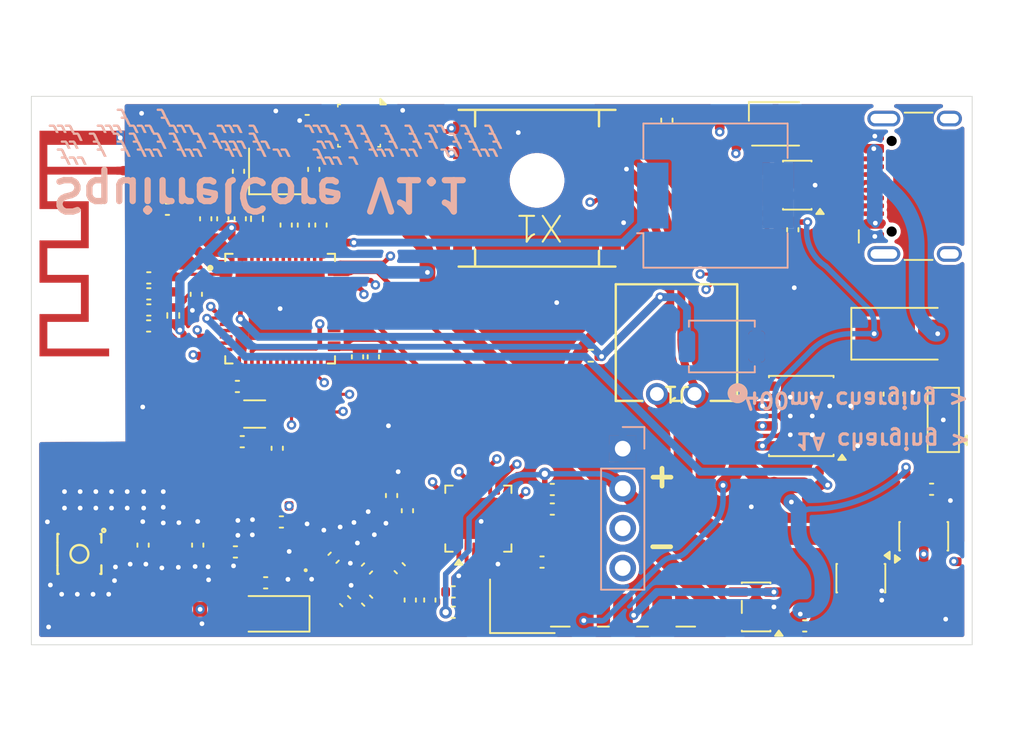
<source format=kicad_pcb>
(kicad_pcb (version 20241229) (generator "pcbnew") (generator_version "9.0")
  (layers (0 "F.Cu" signal) (4 "In1.Cu" signal) (6 "In2.Cu" signal) (2 "B.Cu" signal) (13 "F.Paste" user) (15 "B.Paste" user) (5 "F.SilkS" user "F.Silkscreen") (7 "B.SilkS" user "B.Silkscreen") (1 "F.Mask" user) (3 "B.Mask" user) (25 "Edge.Cuts" user))
  (net 0 "")
  (net 1 "GND")
  (net 2 "Net-(AE1-FEED)")
  (net 3 "Net-(BZ1-+)")
  (net 4 "VBUS")
  (net 5 "VDD_CPU")
  (net 6 "Net-(C3-Pad1)")
  (net 7 "Net-(C5-Pad1)")
  (net 8 "XTAL32N")
  (net 9 "XTAL32P")
  (net 10 "S-RGB-B")
  (net 11 "Net-(U7-CHIP_PU)")
  (net 12 "VDD_SPI")
  (net 13 "Net-(U3-VR_PA)")
  (net 14 "Net-(C28--)")
  (net 15 "Net-(C33-Pad2)")
  (net 16 "Net-(U7-XTAL_N)")
  (net 17 "Net-(D1-A)")
  (net 18 "Net-(D7-GA)")
  (net 19 "Net-(D7-BA)")
  (net 21 "IO0")
  (net 23 "UD-")
  (net 25 "Net-(J2-CC2)")
  (net 27 "UD+")
  (net 28 "Net-(J2-CC1)")
  (net 30 "/ANTENNA")
  (net 31 "Net-(U2-CTRL{slash}VDD)")
  (net 32 "Net-(U2-RFC)")
  (net 33 "Net-(U3-VREG)")
  (net 34 "Net-(D3-A)")
  (net 35 "Net-(J2-D--PadA7)")
  (net 36 "Net-(J2-D+-PadA6)")
  (net 37 "SDA")
  (net 38 "SCK")
  (net 39 "Net-(U3-DCC_SW)")
  (net 40 "Net-(R5-+)")
  (net 41 "Net-(U3-RFI_N)")
  (net 42 "LORA_RF1")
  (net 43 "LORA_SCK")
  (net 44 "LORA_MOSI")
  (net 45 "BAT-")
  (net 46 "Net-(JP1-A)")
  (net 47 "Net-(JP1-B)")
  (net 49 "Net-(U4-OC)")
  (net 50 "Net-(U4-OD)")
  (net 51 "Net-(C46-Pad1)")
  (net 52 "Net-(U7-XTAL_P)")
  (net 53 "IO4{slash}BAT")
  (net 54 "PROG")
  (net 57 "LORA_RFN")
  (net 58 "Net-(U3-XTB)")
  (net 68 "Net-(SW1A-B)")
  (net 70 "Net-(U7-LNA_IN)")
  (net 71 "Net-(R6--)")
  (net 72 "Net-(R8--)")
  (net 73 "Net-(C47-Pad2)")
  (net 75 "LORA_RESET")
  (net 77 "Net-(U3-XTA)")
  (net 78 "LORA_MISO")
  (net 80 "Net-(C51-Pad2)")
  (net 81 "BAT+")
  (net 83 "IO45{slash}WAKE")
  (net 84 "LORA_BUSY")
  (net 85 "LORA_DIO1")
  (net 86 "LORA_NSS")
  (net 100 "Net-(U3-RFO)")
  (net 101 "Net-(U3-RFI_P)")
  (net 102 "Net-(R9-+)")
  (net 103 "LORA_DIO2")
  (footprint "Capacitor_SMD:C_0402_1005Metric" (layer "F.Cu") (at 83.767 67.765 -90)
    (property "Reference" "C34" (hide yes))
    (property "Value" "3.3pF")
  )
  (footprint "Capacitor_SMD:C_0402_1005Metric" (layer "F.Cu") (at 97.32 71.27 90)
    (property "Reference" "C50" (hide yes))
    (property "Value" "47pF")
  )
  (footprint "PCM_JLCPCB:R_0402" (layer "F.Cu") (at 128.917 63.75 -90)
    (property "Reference" "R4" (hide yes))
    (property "Value" "1Ω" (hide yes))
  )
  (footprint "Jumper:SolderJumper-3_P1.3mm_Bridged2Bar12_Pad1.0x1.5mm" (layer "F.Cu") (at 131.3145 59.775 90)
    (property "Reference" "JP1" (hide yes))
    (property "Value" "SolderJumper_3_Bridged12")
  )
  (footprint "RF_Antenna:Texas_SWRA117D_2.4GHz_Left" (layer "F.Cu") (at 78.827 43.87 90)
    (property "Reference" "AE1" (hide yes))
    (property "Value" "Antenna" (hide yes))
  )
  (footprint "Capacitor_SMD:C_0402_1005Metric" (layer "F.Cu") (at 83.677 51.76 -90)
    (property "Reference" "C20" (hide yes))
    (property "Value" "0.1uF")
  )
  (footprint "Capacitor_SMD:C_0402_1005Metric" (layer "F.Cu") (at 93.170589 71.340589 135)
    (property "Reference" "C51" (hide yes))
    (property "Value" "100 pF")
  )
  (footprint "PCM_JLCPCB:R_0402" (layer "F.Cu") (at 83.517 54.58)
    (property "Reference" "R14" (hide yes))
    (property "Value" "4.7k" (hide yes))
  )
  (footprint "Capacitor_SMD:C_0402_1005Metric" (layer "F.Cu") (at 100.06 70.75)
    (property "Reference" "C1" (hide yes))
    (property "Value" "100nF")
  )
  (footprint "Inductor_SMD:L_0402_1005Metric" (layer "F.Cu") (at 95.296464 69.962358 -135)
    (property "Reference" "L7" (hide yes))
    (property "Value" "3.9 nH")
  )
  (footprint "Capacitor_SMD:C_0402_1005Metric" (layer "F.Cu") (at 92.43 68.57 45)
    (property "Reference" "C52" (hide yes))
    (property "Value" "2.2 pF")
  )
  (footprint "Inductor_SMD:L_0402_1005Metric" (layer "F.Cu") (at 82.207 51.12 90)
    (property "Reference" "L3" (hide yes))
    (property "Value" "2nH")
  )
  (footprint "Capacitor_SMD:C_0402_1005Metric" (layer "F.Cu") (at 80.647 51.73 180)
    (property "Reference" "C18" (hide yes))
    (property "Value" "0.1uF")
  )
  (footprint "Capacitor_SMD:C_0402_1005Metric" (layer "F.Cu") (at 90.747 40.67)
    (property "Reference" "C45" (hide yes))
    (property "Value" "10 µF")
  )
  (footprint "Capacitor_SMD:C_0402_1005Metric" (layer "F.Cu") (at 93.957 55.75 -90)
    (property "Reference" "C24" (hide yes))
    (property "Value" "1uF")
  )
  (footprint "PCM_JLCPCB:R_0402" (layer "F.Cu") (at 122.917 63.945)
    (property "Reference" "R7" (hide yes))
    (property "Value" "220k" (hide yes))
  )
  (footprint "Capacitor_SMD:C_0402_1005Metric" (layer "F.Cu") (at 89.1025 66.2875 180)
    (property "Reference" "C53" (hide yes))
    (property "Value" "1nF")
  )
  (footprint "Inductor_SMD:L_0402_1005Metric" (layer "F.Cu") (at 97.39 67.89 45)
    (property "Reference" "L1" (hide yes))
    (property "Value" "8.2 nH")
  )
  (footprint "Capacitor_SMD:C_0402_1005Metric" (layer "F.Cu") (at 96.649411 69.239411 -45)
    (property "Reference" "C46" (hide yes))
    (property "Value" "1.2 pF")
  )
  (footprint "Capacitor_SMD:C_0402_1005Metric" (layer "F.Cu") (at 86.607 61.165)
    (property "Reference" "C14" (hide yes))
    (property "Value" "12pF")
  )
  (footprint "Capacitor_SMD:C_0402_1005Metric" (layer "F.Cu") (at 94.967 55.75 -90)
    (property "Reference" "C23" (hide yes))
    (property "Value" "0.1uF")
  )
  (footprint "Capacitor_SMD:C_0402_1005Metric" (layer "F.Cu") (at 80.637 53.78 180)
    (property "Reference" "C2" (hide yes))
    (property "Value" "10uF")
  )
  (footprint "Capacitor_SMD:C_0402_1005Metric" (layer "F.Cu") (at 106.38 64.215)
    (property "Reference" "C38" (hide yes))
    (property "Value" "100nF")
  )
  (footprint "Capacitor_SMD:C_0402_1005Metric" (layer "F.Cu") (at 86.367 43.91 90)
    (property "Reference" "C3" (hide yes))
    (property "Value" "12pF")
  )
  (footprint "LED_SMD:LED_RGB_Wuerth_150080M153000" (layer "F.Cu") (at 120.617 40.88)
    (property "Reference" "D7" (hide yes))
    (property "Value" "LED_A_RGB")
  )
  (footprint "Capacitor_SMD:C_0402_1005Metric" (layer "F.Cu") (at 84.277 46.94 90)
    (property "Reference" "C7" (hide yes))
    (property "Value" "0.1uF")
  )
  (footprint "Capacitor_SMD:C_0402_1005Metric" (layer "F.Cu") (at 89.407 47.34 90)
    (property "Reference" "C6" (hide yes))
    (property "Value" "1uF")
  )
  (footprint "Capacitor_SMD:C_0402_1005Metric" (layer "F.Cu") (at 100.06 72.05)
    (property "Reference" "C36" (hide yes))
    (property "Value" "100nF")
  )
  (footprint "Capacitor_SMD:C_0402_1005Metric" (layer "F.Cu") (at 88.1 70.17 180)
    (property "Reference" "C32" (hide yes))
    (property "Value" "1nF")
  )
  (footprint "GPS_PA1010D" (layer "F.Cu") (at 105.407 44.99)
    (property "Reference" "X1")
    (property "Value" "GPS_PA1010D")
  )
  (footprint "Capacitor_SMD:C_0402_1005Metric" (layer "F.Cu") (at 94.57 71.31 -45)
    (property "Reference" "C48" (hide yes))
    (property "Value" "1.2 pF")
  )
  (footprint "Capacitor_SMD:C_0402_1005Metric" (layer "F.Cu") (at 90.507 47.34 90)
    (property "Reference" "C40" (hide yes))
    (property "Value" "10nF")
  )
  (footprint "Inductor_SMD:L_0402_1005Metric" (layer "F.Cu") (at 105.295 67.2775 -90)
    (property "Reference" "L8" (hide yes))
    (property "Value" "15uH")
  )
  (footprint "Package_TO_SOT_SMD:SOT-23-6" (layer "F.Cu") (at 126.057 69.875 -90)
    (property "Reference" "Q1" (hide yes))
    (property "Value" "FS8205A")
  )
  (footprint "Crystal:Crystal_SMD_3215-2Pin_3.2x1.5mm" (layer "F.Cu") (at 87.397 59.4)
    (property "Reference" "Y1" (hide yes))
    (property "Value" "32.768 kHz")
  )
  (footprint "Capacitor_SMD:C_0402_1005Metric" (layer "F.Cu") (at 97.14 65.57 90)
    (property "Reference" "C21" (hide yes))
    (property "Value" "1nF")
  )
  (footprint "Package_DFN_QFN:QFN-24-1EP_4x4mm_P0.5mm_EP2.6x2.6mm" (layer "F.Cu") (at 101.665 66.075 90)
    (property "Reference" "U3" (hide yes))
    (property "Value" "SX1262")
  )
  (footprint "Capacitor_SMD:C_0402_1005Metric" (layer "F.Cu") (at 80.647 50.71 180)
    (property "Reference" "C5" (hide yes))
    (property "Value" "0.1uF")
  )
  (footprint "Package_TO_SOT_SMD:SOT-23-5" (layer "F.Cu") (at 119.37584 71.70884 180)
    (property "Reference" "U10" (hide yes))
    (property "Value" "AP2112K-3.3")
  )
  (footprint "Capacitor_SMD:C_0402_1005Metric" (layer "F.Cu") (at 85.367 46.942164 90)
    (property "Reference" "C8" (hide yes))
    (property "Value" "10uF")
  )
  (footprint "Capacitor_SMD:C_0402_1005Metric" (layer "F.Cu") (at 105.725 68.8475)
    (property "Reference" "C37" (hide yes))
    (property "Value" "470nF")
  )
  (footprint "Capacitor_SMD:C_0402_1005Metric" (layer "F.Cu") (at 106.38 65.465)
    (property "Reference" "C39" (hide yes))
    (property "Value" "100nF")
  )
  (footprint "PCM_JLCPCB:R_0402" (layer "F.Cu") (at 117.057 40.535 -90)
    (property "Reference" "R6" (hide yes))
    (property "Value" "3k" (hide yes))
  )
  (footprint "Capacitor_SMD:C_0402_1005Metric" (layer "F.Cu") (at 96.13 64.6 90)
    (property "Reference" "C26" (hide yes))
    (property "Value" "39pF")
  )
  (footprint "Capacitor_SMD:C_0402_1005Metric" (layer "F.Cu") (at 86.477 46.94 90)
    (property "Reference" "C43" (hide yes))
    (property "Value" "1uF")
  )
  (footprint "Capacitor_SMD:C_0402_1005Metric" (layer "F.Cu") (at 128.407 58.125 90)
    (property "Reference" "C42" (hide yes))
    (property "Value" "10 µF")
  )
  (footprint "Capacitor_SMD:C_0402_1005Metric" (layer "F.Cu") (at 86.17 68.2 180)
    (property "Reference" "C33" (hide yes))
    (property "Value" "39pF")
  )
  (footprint "Capacitor_SMD:C_0402_1005Metric" (layer "F.Cu") (at 86.297 57.64 180)
    (property "Reference" "C22" (hide yes))
    (property "Value" "0.1uF")
  )
  (footprint "Inductor_SMD:L_0402_1005Metric" (layer "F.Cu") (at 82.0145 68.2625 180)
    (property "Reference" "L5" (hide yes))
    (property "Value" "9.1nH")
  )
  (footprint "PCM_JLCPCB:C_0603" (layer "F.Cu") (at 123.802 48.295 -90)
    (property "Reference" "R1" (hide yes))
    (property "Value" "5K1")
  )
  (footprint "Diode_SMD:D_SMA" (layer "F.Cu") (at 128.957 54.275)
    (property "Reference" "D3" (hide yes))
    (property "Value" "SS14")
  )
  (footprint "Inductor_SMD:L_0402_1005Metric" (layer "F.Cu") (at 92.47 69.96 45)
    (property "Reference" "L9" (hide yes))
    (property "Value" "8.2 nH")
  )
  (footprint "PCM_JLCPCB:C_0603" (layer "F.Cu") (at 123.752 41.395 -90)
    (property "Reference" "R2" (hide yes))
    (property "Value" "5K1")
  )
  (footprint "PCM_JLCPCB:R_0402" (layer "F.Cu") (at 83.987 56.2 90)
    (property "Reference" "R11" (hide yes))
    (property "Value" "4.7k" (hide yes))
  )
  (footprint "Package_TO_SOT_SMD:SOT-23-6" (layer "F.Cu") (at 122.002 44.795 180)
    (property "Reference" "U6" (hide yes))
    (property "Value" "USBLC6-2SC6")
  )
  (footprint "Capacitor_SMD:C_0402_1005Metric" (layer "F.Cu") (at 94.56 69.26 -135)
    (property "Reference" "C47" (hide yes))
    (property "Value" "2.2 pF")
  )
  (footprint "Capacitor_SMD:C_0402_1005Metric" (layer "F.Cu") (at 91.627 47.34 90)
    (property "Reference" "C27" (hide yes))
    (property "Value" "0.1uF")
  )
  (footprint "PCM_JLCPCB:R_0402" (layer "F.Cu") (at 127.457 60.225 180)
    (property "Reference" "R17" (hide yes))
    (property "Value" "3k" (hide yes))
  )
  (footprint "Capacitor_SMD:C_0402_1005Metric" (layer "F.Cu") (at 121.717 47.64 -90)
    (property "Reference" "C11" (hide yes))
    (property "Value" "100nF")
  )
  (footprint "Capacitor_SMD:C_0402_1005Metric" (layer "F.Cu") (at 113.687 40.65 -90)
    (property "Reference" "C9" (hide yes))
    (property "Value" "10 µF")
  )
  (footprint "Capacitor_SMD:C_0402_1005Metric" (layer "F.Cu") (at 127.147 58.13 90)
    (property "Reference" "C41" (hide yes))
    (property "Value" "0.1 µF")
  )
  (footprint "Capacitor_SMD:C_0402_1005Metric" (layer "F.Cu") (at 80.647 52.76 180)
    (property "Reference" "C4" (hide yes))
    (property "Value" "1uF")
  )
  (footprint "Capacitor_SMD:C_0402_1005Metric" (layer "F.Cu") (at 80.282 67.765 90)
    (property "Reference" "C35" (hide yes))
    (property "Value" "3.3pF")
  )
  (footprint "bulk:CONN_XH-2AW_HRO" (layer "F.Cu") (at 115.55 58.12 180)
    (property "Reference" "J1")
    (property "Value" "XH-2AW")
  )
  (footprint "Connector_USB:USB_C_Receptacle_HCTL_HC-TYPE-C-16P-01A" (layer "F.Cu") (at 130.627 44.865 90)
    (property "Reference" "J2" (hide yes))
    (property "Value" "USB_C_Receptacle_USB2.0_14P")
  )
  (footprint "Capacitor_SMD:C_0402_1005Metric" (layer "F.Cu") (at 91.167 43.79 90)
    (property "Reference" "C60" (hide yes))
    (property "Value" "12pF")
  )
  (footprint "Resistor_SMD:R_0402_1005Metric" (layer "F.Cu") (at 82.207 53.11 -90)
    (property "Reference" "R22" (hide yes))
    (property "Value" "10K")
  )
  (footprint "PCM_JLCPCB:R_0402" (layer "F.Cu") (at 123.917 63.015)
    (property "Reference" "R13" (hide yes))
    (property "Value" "100k" (hide yes))
  )
  (footprint "PCM_JLCPCB:R_0402" (layer "F.Cu") (at 132.167 68.325 90)
    (property "Reference" "R5" (hide yes))
    (property "Value" "1k" (hide yes))
  )
  (footprint "Capacitor_SMD:C_0402_1005Metric" (layer "F.Cu") (at 122.477 72.92 180)
    (property "Reference" "C29" (hide yes))
    (property "Value" "10 µF")
  )
  (footprint "Inductor_SMD:L_0402_1005Metric" (layer "F.Cu") (at 98.19 65.57 -90)
    (property "Reference" "L4" (hide yes))
    (property "Value" "9.1nH")
  )
  (footprint "LED_SMD:LED_1206_3216Metric" (layer "F.Cu") (at 88.61 72.15 180)
    (property "Reference" "D1" (hide yes))
    (property "Value" "IR26-21C_L110_TR8")
  )
  (footprint "PCM_JLCPCB:C_0402" (layer "F.Cu") (at 89.0925 65.2675)
    (property "Reference" "R9" (hide yes))
    (property "Value" "22Ω")
  )
  (footprint "bulk:QFN40P700X700X90-57N" (layer "F.Cu") (at 89.022 52.675)
    (property "Reference" "U7" (hide yes))
    (property "Value" "ESP32-S3FN8")
  )
  (footprint "Package_LGA:Bosch_LGA-8_2.5x2.5mm_P0.65mm_ClockwisePinNumbering" (layer "F.Cu") (at 94.062 40.995 -90)
    (property "Reference" "U1" (hide yes))
    (property "Value" "BME280")
  )
  (footprint "Capacitor_SMD:C_0402_1005Metric" (layer "F.Cu") (at 81.834053 46.33058 180)
    (property "Reference" "C31" (hide yes))
    (property "Value" "15pF")
  )
  (footprint "Package_TO_SOT_SMD:SOT-23-6" (layer "F.Cu") (at 130.067 67.2 90)
    (property "Reference" "U4" (hide yes))
    (property "Value" "DW01A")
  )
  (footprint "PCM_JLCPCB:R_0402" (layer "F.Cu") (at 118.127 41.825 -90)
    (property "Reference" "R8" (hide yes))
    (property "Value" "3k" (hide yes))
  )
  (footprint "PCM_JLCPCB:R_0402" (layer "F.Cu") (at 127.457 61.525)
    (property "Reference" "R15" (hide yes))
    (property "Value" "1.2k" (hide yes))
  )
  (footprint "Resistor_SMD:R_0402_1005Metric" (layer "F.Cu") (at 108.83 55.68)
    (property "Reference" "R21" (hide yes))
    (property "Value" "10K")
  )
  (footprint "Crystal:Crystal_SMD_3225-4Pin_3.2x2.5mm" (layer "F.Cu") (at 104.47 71.6675)
    (property "Reference" "Y2" (hide yes))
    (property "Value" "Crystal_GND24")
  )
  (footprint "PCM_JLCPCB:IPEX-SMD_BWIPX-1-001E" (layer "F.Cu") (at 76.9825 68.3275 180)
    (property "Reference" "J3" (hide yes))
    (property "Value" "Conn_Coaxial")
  )
  (footprint "Button_Switch_SMD:SW_SPDT_CK_JS102011SAQN" (layer "F.Cu") (at 110.887 74.865)
    (property "Reference" "SW1" (hide yes))
    (property "Value" "SW_DPST_x2")
  )
  (footprint "Capacitor_SMD:C_0402_1005Metric" (layer "F.Cu") (at 98.57 71.27 90)
    (property "Reference" "C15" (hide yes))
    (property "Value" "47pF")
  )
  (footprint "bulk:SOT65P215X110-6N" (layer "F.Cu") (at 89.5525 68.1675 180)
    (property "Reference" "U2" (hide yes))
    (property "Value" "PE4259")
  )
  (footprint "Crystal:Crystal_SMD_2520-4Pin_2.5x2.0mm" (layer "F.Cu") (at 88.751 43.915)
    (property "Reference" "Y3" (hide yes))
    (property "Value" "40MHz(10ppm)" (hide yes))
  )
  (footprint "Package_SO:SOIC-8-1EP_3.9x4.9mm_P1.27mm_EP2.41x3.3mm_ThermalVias" (layer "F.Cu") (at 122.257 59.525 180)
    (property "Reference" "U8" (hide yes))
    (property "Value" "TP4056-42-ESOP8" (hide yes))
  )
  (footprint "Capacitor_SMD:C_0402_1005Metric" (layer "F.Cu") (at 88.837 61.585 -90)
    (property "Reference" "C49" (hide yes))
    (property "Value" "12pF")
  )
  (footprint "Inductor_SMD:L_0402_1005Metric" (layer "F.Cu") (at 98.76 68.62 135)
    (property "Reference" "L2" (hide yes))
    (property "Value" "3.9 nH")
  )
  (footprint "Capacitor_SMD:C_0402_1005Metric" (layer "F.Cu") (at 130.567 64.2 180)
    (property "Reference" "C28" (hide yes))
    (property "Value" "100nF" (hide yes))
  )
  (footprint "Resistor_SMD:R_0402_1005Metric" (layer "F.Cu") (at 87.547 46.94 -90)
    (property "Reference" "R3" (hide yes))
    (property "Value" "0R")
  )
  (footprint "Inductor_SMD:L_0402_1005Metric" (layer "F.Cu") (at 82.734053 47.932053 135)
    (property "Reference" "L6" (hide yes))
    (property "Value" "4.7nH")
  )
  (footprint "PCM_JLCPCB:C_0603" (layer "F.Cu") (at 84.7 71.86)
    (property "Reference" "R12" (hide yes))
    (property "Value" "1K")
  )
  (footprint "Button_Switch_SMD:SW_SPST_TS-1088-xR020" (layer "B.Cu") (at 117.192 55.09 180)
    (property "Reference" "Flash1" (hide yes))
    (property "Value" "Flash" (hide yes))
  )
  (footprint "Buzzer_Beeper:Buzzer_CUI_CPT-9019S-SMT" (layer "B.Cu") (at 116.787 45.46)
    (property "Reference" "BZ1" (hide yes))
    (property "Value" "Buzzer")
  )
  (footprint "Connector_PinHeader_2.54mm:PinHeader_1x04_P2.54mm_Vertical" (layer "B.Cu") (at 110.87 61.61 180)
    (property "Reference" "J5" (hide yes))
    (property "Value" "I2C OLED")
  )
  (footprint "SUPPERSIMON Logo:logo_F-SilkS" (layer "B.Cu") (at 74.0655 44.160576)
    (property "Reference" "svg2mod" (hide yes))
    (property "Value" "G***" (hide yes))
  )
  (gr_arc (start 80.714053 43.878832) (mid 81.687392 44.183111) (end 82.314053 44.987633) (stroke (width 0.6)) (layer "F.Cu") (net 2))
  (gr_rect (start 73.157 39.125) (end 133.157 74.125) (stroke (width 0.05)) (fill no) (layer "Edge.Cuts"))
  (gr_text "-" (at 112.23 68.64 0) (layer "F.SilkS") (effects (font (size 1.5 1.5) (thickness 0.3) (bold yes)) (justify left bottom)))
  (gr_text "+" (at 112.25 64.2 0) (layer "F.SilkS") (effects (font (size 1.5 1.5) (thickness 0.3) (bold yes)) (justify left bottom)))
  (gr_text "1A charging >" (at 121.83 60.53 180) (layer "B.SilkS") (effects (font (size 1 1) (thickness 0.2) (bold yes)) (justify left bottom mirror)))
  (gr_text "400mA charging >" (at 133.03 57.92 180) (layer "B.SilkS") (effects (font (size 1 1) (thickness 0.2) (bold yes)) (justify right bottom mirror)))
  (gr_text "SquirrelCore V1.1" (at 74.31 44.21 180) (layer "B.SilkS") (effects (font (size 2 2) (thickness 0.4) (bold yes)) (justify left bottom mirror)))
  (segment (start 80.167 52.76) (end 80.167 51.73) (width 0.3) (layer "F.Cu") (net 1))
  (segment (start 131.768 64.921) (end 131.047 64.2) (width 0.5) (layer "F.Cu") (net 1))
  (segment (start 124.732 61.43) (end 124.417 61.745) (width 0.3) (layer "F.Cu") (net 1))
  (segment (start 101.841048 66.251048) (end 102.415 66.825) (width 0.25) (layer "F.Cu") (net 1))
  (segment (start 95.087 40.02) (end 96.837 40.02) (width 0.18) (layer "F.Cu") (net 1))
  (segment (start 102.9125 68.975) (end 102.4125 68.475) (width 0.25) (layer "F.Cu") (net 1))
  (segment (start 91.166 44.355) (end 89.886 44.355) (width 0.2) (layer "F.Cu") (net 1))
  (segment (start 122.892 58.89) (end 122.257 59.525) (width 0.1) (layer "F.Cu") (net 1))
  (segment (start 125.44 58.92) (end 125.41 58.89) (width 0.4) (layer "F.Cu") (net 1))
  (segment (start 126.326999 48.569999) (end 126.791341 48.105658) (width 0.3) (layer "F.Cu") (net 1))
  (segment (start 106.86 64.215) (end 107.63 64.215) (width 0.25) (layer "F.Cu") (net 1))
  (segment (start 93.587 40.67) (end 94.237 40.02) (width 0.18) (layer "F.Cu") (net 1))
  (segment (start 125.857 61.43) (end 124.732 61.43) (width 0.3) (layer "F.Cu") (net 1))
  (segment (start 102.4125 68.475) (end 102.4125 68.0125) (width 0.25) (layer "F.Cu") (net 1))
  (segment (start 126.947 48.065) (end 126.8895 48.065) (width 0.3) (layer "F.Cu") (net 1))
  (segment (start 91.306 44.215) (end 91.256 44.265) (width 0.2) (layer "F.Cu") (net 1))
  (segment (start 100.915 65.325) (end 99.725 65.325) (width 0.25) (layer "F.Cu") (net 1))
  (segment (start 80.760526 49.376473) (end 80.428629 49.70837) (width 0.3) (layer "F.Cu") (net 1))
  (segment (start 85.367 46.462164) (end 84.279164 46.462164) (width 0.5) (layer "F.Cu") (net 1))
  (segment (start 100.4125 69.725) (end 100.9125 69.225) (width 0.25) (layer "F.Cu") (net 1))
  (segment (start 90.507 46.86) (end 89.407 46.86) (width 0.3) (layer "F.Cu") (net 1))
  (segment (start 129.387 58.02) (end 128.802 58.605) (width 0.35) (layer "F.Cu") (net 1))
  (segment (start 100.9125 68.0125) (end 100.9125 66.825) (width 0.25) (layer "F.Cu") (net 1))
  (segment (start 106.86 65.465) (end 106.86 64.215) (width 0.35) (layer "F.Cu") (net 1))
  (segment (start 123.802 49.075) (end 123.127789 49.075) (width 0.3) (layer "F.Cu") (net 1))
  (segment (start 126.947 41.665) (end 126.022 41.665) (width 0.3) (layer "F.Cu") (net 1))
  (segment (start 80.157 53.78) (end 80.157 52.77) (width 0.3) (layer "F.Cu") (net 1))
  (segment (start 90.507 46.86) (end 91.627 46.86) (width 0.3) (layer "F.Cu") (net 1))
  (segment (start 123.802 49.075) (end 125.107822 49.075) (width 0.3) (layer "F.Cu") (net 1))
  (segment (start 132.197 67.815) (end 131.907 67.815) (width 0.5) (layer "F.Cu") (net 1))
  (segment (start 93.037 41.97) (end 91.49 41.97) (width 0.18) (layer "F.Cu") (net 1))
  (segment (start 131.907 67.815) (end 131.857 67.865) (width 0.5) (layer "F.Cu") (net 1))
  (segment (start 101.841048 66.251048) (end 101.665 66.075) (width 0.25) (layer "F.Cu") (net 1))
  (segment (start 81.354053 47.943573) (end 81.354053 46.33058) (width 0.3) (layer "F.Cu") (net 1))
  (segment (start 94.967 56.23) (end 93.957 56.23) (width 0.55) (layer "F.Cu") (net 1))
  (segment (start 100.9125 66.825) (end 101.6625 66.075) (width 0.25) (layer "F.Cu") (net 1))
  (segment (start 78.827 41.77) (end 79.847 41.77) (width 0.9) (layer "F.Cu") (net 1))
  (segment (start 93.037 40.67) (end 93.587 40.67) (width 0.18) (layer "F.Cu") (net 1))
  (segment (start 85.369164 46.46) (end 85.367 46.462164) (width 0.1) (layer "F.Cu") (net 1))
  (segment (start 80.157 52.77) (end 80.167 52.76) (width 0.3) (layer "F.Cu") (net 1))
  (segment (start 100.9125 69.225) (end 100.9125 68.0125) (width 0.25) (layer "F.Cu") (net 1))
  (segment (start 129.568001 67.176) (end 131.4201 67.176) (width 0.5) (layer "F.Cu") (net 1))
  (segment (start 124.417 61.745) (end 124.417 63.015) (width 0.3) (layer "F.Cu") (net 1))
  (segment (start 126.870416 58.61) (end 127.147 58.61) (width 0.4) (layer "F.Cu") (net 1))
  (segment (start 80.262 67.265) (end 80.262 66.265) (width 0.25) (layer "F.Cu") (net 1))
  (segment (start 124.732 58.89) (end 124.07 58.89) (width 1) (layer "F.Cu") (net 1))
  (segment (start 125.492 58.89) (end 125.41 58.89) (width 1) (layer "F.Cu") (net 1))
  (segment (start 129.117 66.724999) (end 129.568001 67.176) (width 0.5) (layer "F.Cu") (net 1))
  (segment (start 122.0595 48.6325) (end 121.617 48.19) (width 0.3) (layer "F.Cu") (net 1))
  (segment (start 124.07 58.89) (end 122.892 58.89) (width 1) (layer "F.Cu") (net 1))
  (segment (start 94.237 40.02) (end 95.087 40.02) (width 0.18) (layer "F.Cu") (net 1))
  (segment (start 125.512426 58.95) (end 126.049583 58.95) (width 0.4) (layer "F.Cu") (net 1))
  (segment (start 131.857 67.865) (end 131.857 66.9171) (width 0.5) (layer "F.Cu") (net 1))
  (segment (start 131.857 66.9171) (end 131.768 66.8281) (width 0.5) (layer "F.Cu") (net 1))
  (segment (start 129.117 66.0625) (end 129.117 66.724999) (width 0.5) (layer "F.Cu") (net 1))
  (segment (start 128.802 58.605) (end 127.007 58.605) (width 0.35) (layer "F.Cu") (net 1))
  (segment (start 83.767 67.275) (end 83.767 66.255) (width 0.25) (layer "F.Cu") (net 1))
  (segment (start 80.167 50.34) (end 80.167 50.71) (width 0.3) (layer "F.Cu") (net 1))
  (segment (start 87.656 43.435) (end 86.376 43.435) (width 0.4) (layer "F.Cu") (net 1))
  (segment (start 125.41 58.89) (end 124.732 58.89) (width 1) (layer "F.Cu") (net 1))
  (segment (start 131.768 66.8281) (end 131.768 64.921) (width 0.5) (layer "F.Cu") (net 1))
  (segment (start 102.415 66.825) (end 103.6 66.825) (width 0.25) (layer "F.Cu") (net 1))
  (segment (start 86.596 43.215) (end 86.376 43.435) (width 0.1) (layer "F.Cu") (net 1))
  (segment (start 132.212 67.8) (end 132.197 67.815) (width 0.5) (layer "F.Cu") (net 1))
  (segment (start 86.477 46.46) (end 85.369164 46.46) (width 0.5) (layer "F.Cu") (net 1))
  (segment (start 126.022 41.665) (end 125.122 40.765) (width 0.3) (layer "F.Cu") (net 1))
  (segment (start 87.876 43.215) (end 87.656 43.435) (width 0.4) (layer "F.Cu") (net 1))
  (segment (start 80.167 50.71) (end 80.167 51.73) (width 0.3) (layer "F.Cu") (net 1))
  (segment (start 89.6 68.17) (end 90.6 68.17) (width 0.25) (layer "F.Cu") (net 1))
  (segment (start 125.122 40.765) (end 123.752 40.765) (width 0.3) (layer "F.Cu") (net 1))
  (segment (start 101.665 66.075) (end 100.915 65.325) (width 0.25) (layer "F.Cu") (net 1))
  (segment (start 131.4201 67.176) (end 131.768 66.8281) (width 0.5) (layer "F.Cu") (net 1))
  (segment (start 89.886 44.355) (end 89.626 44.615) (width 0.2) (layer "F.Cu") (net 1))
  (segment (start 84.279164 46.462164) (end 84.277 46.46) (width 0.1) (layer "F.Cu") (net 1))
  (segment (start 91.256 44.265) (end 91.166 44.355) (width 0.2) (layer "F.Cu") (net 1))
  (via (at 91.81 66.81) (size 0.6) (drill 0.3) (layers "F.Cu" "B.Cu") (net 1))
  (via (at 106.66 52.29) (size 0.6) (drill 0.3) (layers "F.Cu" "B.Cu") (net 1))
  (via (at 95.93 60.15) (size 0.6) (drill 0.3) (layers "F.Cu" "B.Cu") (net 1))
  (via (at 81.57 66.35) (size 0.6) (drill 0.3) (layers "F.Cu" "B.Cu") (net 1))
  (via (at 84.46 69.98) (size 0.6) (drill 0.3) (layers "F.Cu" "B.Cu") (net 1))
  (via (at 77.27 64.35) (size 0.6) (drill 0.3) (layers "F.Cu" "B.Cu") (net 1))
  (via (at 93.55 70.33) (size 0.6) (drill 0.3) (layers "F.Cu" "B.Cu") (net 1))
  (via (at 74.18 66.28) (size 0.6) (drill 0.3) (layers "F.Cu" "B.Cu") (net 1))
  (via (at 124.07 58.89) (size 0.6) (drill 0.3) (layers "F.Cu" "B.Cu") (net 1))
  (via (at 126.947 41.665) (size 0.6) (drill 0.3) (layers "F.Cu" "B.Cu") (net 1))
  (via (at 131.768 64.921) (size 0.6) (drill 0.3) (layers "F.Cu" "B.Cu") (net 1))
  (via (at 96.55 63.08) (size 0.6) (drill 0.3) (layers "F.Cu" "B.Cu") (net 1))
  (via (at 78.46 70.03) (size 0.6) (drill 0.3) (layers "F.Cu" "B.Cu") (net 1))
  (via (at 75.27 64.35) (size 0.6) (drill 0.3) (layers "F.Cu" "B.Cu") (net 1))
  (via (at 94.638057 65.628057) (size 0.6) (drill 0.3) (layers "F.Cu" "B.Cu") (net 1))
  (via (at 90.74 66.41) (size 0.6) (drill 0.3) (layers "F.Cu" "B.Cu") (net 1))
  (via (at 76.27 65.4) (size 0.6) (drill 0.3) (layers "F.Cu" "B.Cu") (net 1))
  (via (at 84.037 72.78) (size 0.6) (drill 0.3) (layers "F.Cu" "B.Cu") (net 1))
  (via (at 127.39 71.28) (size 0.6) (drill 0.3) (layers "F.Cu" "B.Cu") (net 1))
  (via (at 127.39 70.68) (size 0.6) (drill 0.3) (layers "F.Cu" "B.Cu") (net 1))
  (via (at 96.837 40.02) (size 0.5) (drill 0.3) (layers "F.Cu" "B.Cu") (net 1))
  (via (at 88.747 40.06) (size 0.6) (drill 0.3) (layers "F.Cu" "B.Cu") (net 1))
  (via (at 126.947 48.065) (size 0.6) (drill 0.3) (layers "F.Cu" "B.Cu") (net 1))
  (via (at 93.73 66.32) (size 0.6) (drill 0.3) (layers "F.Cu" "B.Cu") (net 1))
  (via (at 121.81 51.34) (size 0.6) (drill 0.3) (layers "F.Cu" "B.Cu") (net 1))
  (via (at 83.427 52.782765) (size 0.6) (drill 0.3) (layers "F.Cu" "B.Cu") (net 1))
  (via (at 75.09 70.9) (size 0.6) (drill 0.3) (layers "F.Cu" "B.Cu") (net 1))
  (via (at 104.21 41.44) (size 0.6) (drill 0.3) (layers "F.Cu" "B.Cu") (net 1))
  (via (at 75.27 65.4) (size 0.6) (drill 0.3) (layers "F.Cu" "B.Cu") (net 1))
  (via (at 81.48 69.22) (size 0.6) (drill 0.3) (layers "F.Cu" "B.Cu") (net 1))
  (via (at 100.4125 69.725) (size 0.6) (drill 0.3) (layers "F.Cu" "B.Cu") (net 1))
  (via (at 80.26 58.95) (size 0.6) (drill 0.3) (layers "F.Cu" "B.Cu") (net 1))
  (via (at 125.857 61.43) (size 0.6) (drill 0.3) (layers "F.Cu" "B.Cu") (net 1))
  (via (at 76.09 70.9) (size 0.6) (drill 0.3) (layers "F.Cu" "B.Cu") (net 1))
  (via (at 83.6 69.13) (size 0.6) (drill 0.3) (layers "F.Cu" "B.Cu") (net 1))
  (via (at 93.95 67.63) (size 0.6) (drill 0.3) (layers "F.Cu" "B.Cu") (net 1))
  (via (at 129.387 58.02) (size 0.6) (drill 0.3) (layers "F.Cu" "B.Cu") (net 1))
  (via (at 77.09 70.9) (size 0.6) (drill 0.3) (layers "F.Cu" "B.Cu") (net 1))
  (via (at 93.5 68.92) (size 0.6) (drill 0.3) (layers "F.Cu" "B.Cu") (net 1))
  (via (at 76.27 64.35) (size 0.6) (drill 0.3) (layers "F.Cu" "B.Cu") (net 1))
  (via (at 131.467 72.49) (size 0.6) (drill 0.3) (layers "F.Cu" "B.Cu") (net 1))
  (via (at 91.03 69.94) (size 0.6) (drill 0.3) (layers "F.Cu" "B.Cu") (net 1))
  (via (at 74.257 72.99) (size 0.6) (drill 0.3) (layers "F.Cu" "B.Cu") (net 1))
  (via (at 86.05 69.09) (size 0.6) (drill 0.3) (layers "F.Cu" "B.Cu") (net 1))
  (via (at 120.51334 71.70884) (size 0.6) (drill 0.3) (layers "F.Cu" "B.Cu") (net 1))
  (via (at 78.27 64.35) (size 0.6) (drill 0.3) (layers "F.Cu" "B.Cu") (net 1))
  (via (at 80.187 40.21) (size 0.6) (drill 0.3) (layers "F.Cu" "B.Cu") (net 1))
  (via (at 86.327 66.19) (size 0.6) (drill 0.3) (layers "F.Cu" "B.Cu") (net 1))
  (via (at 82.5655 66.3325) (size 0.6) (drill 0.3) (layers "F.Cu" "B.Cu") (net 1))
  (via (at 79.46 68.98) (size 0.6) (drill 0.3) (layers "F.Cu" "B.Cu") (net 1))
  (via (at 81.57 65.35) (size 0.6) (drill 0.3) (layers "F.Cu" "B.Cu") (net 1))
  (via (at 90.267 40.67) (size 0.5) (drill 0.3) (layers "F.Cu" "B.Cu") (net 1))
  (via (at 123.1395 44.795) (size 0.6) (drill 0.3) (layers "F.Cu" "B.Cu") (net 1))
  (via (at 125.41 58.89) (size 0.6) (drill 0.3) (layers "F.Cu" "B.Cu") (net 1))
  (via (at 87.25 67.11) (size 0.6) (drill 0.3) (layers "F.Cu" "B.Cu") (net 1))
  (via (at 80.262 66.265) (size 0.6) (drill 0.3) (layers "F.Cu" "B.Cu") (net 1))
  (via (at 74.37 70.31) (size 0.6) (drill 0.3) (layers "F.Cu" "B.Cu") (net 1))
  (via (at 89.6 68.17) (size 0.6) (drill 0.3) (layers "F.Cu" "B.Cu") (net 1))
  (via (at 78.27 65.4) (size 0.6) (drill 0.3) (layers "F.Cu" "B.Cu") (net 1))
  (via (at 80.32 65.4) (size 0.6) (drill 0.3) (layers "F.Cu" "B.Cu") (net 1))
  (via (at 101.841048 66.251048) (size 0.6) (drill 0.3) (layers "F.Cu" "B.Cu") (net 1))
  (via (at 87.26 66.14) (size 0.6) (drill 0.3) (layers "F.Cu" "B.Cu") (net 1))
  (via (at 110.927 47.19) (size 0.6) (drill 0.3) (layers "F.Cu" "B.Cu") (net 1))
  (via (at 86.327 67.14) (size 0.6) (drill 0.3) (layers "F.Cu" "B.Cu") (net 1))
  (via (at 78.52 69.16) (size 0.6) (drill 0.3) (layers "F.Cu" "B.Cu") (net 1))
  (via (at 82.53 69.18) (size 0.6) (drill 0.3) (layers "F.Cu" "B.Cu") (net 1))
  (via (at 89.52 69.95) (size 0.6) (drill 0.3) (layers "F.Cu" "B.Cu") (net 1))
  (via (at 119.07 65.32) (size 0.6) (drill 0.3) (layers "F.Cu" "B.Cu") (net 1))
  (via (at 102.9125 68.975) (size 0.6) (drill 0.3) (layers "F.Cu" "B.Cu") (net 1))
  (via (at 79.27 64.35) (size 0.6) (drill 0.3) (layers "F.Cu" "B.Cu") (net 1))
  (via (at 95.77 66.37) (size 0.6) (drill 0.3) (layers "F.Cu" "B.Cu") (net 1))
  (via (at 81.57 64.35) (size 0.6) (drill 0.3) (layers "F.Cu" "B.Cu") (net 1))
  (via (at 77.27 65.4) (size 0.6) (drill 0.3) (layers "F.Cu" "B.Cu") (net 1))
  (via (at 78.09 70.9) (size 0.6) (drill 0.3) (layers "F.Cu" "B.Cu") (net 1))
  (via (at 131.3145 59.775) (size 0.6) (drill 0.3) (layers "F.Cu" "B.Cu") (net 1))
  (via (at 95.03 67.1) (size 0.6) (drill 0.3) (layers "F.Cu" "B.Cu") (net 1))
  (via (at 80.46 68.98) (size 0.6) (drill 0.3) (layers "F.Cu" "B.Cu") (net 1))
  (via (at 79.27 65.4) (size 0.6) (drill 0.3) (layers "F.Cu" "B.Cu") (net 1))
  (via (at 83.767 66.255) (size 0.6) (drill 0.3) (layers "F.Cu" "B.Cu") (net 1))
  (via (at 89.022 52.675) (size 0.6) (drill 0.3) (layers "F.Cu" "B.Cu") (net 1))
  (via (at 84.43 69.15) (size 0.6) (drill 0.3) (layers "F.Cu" "B.Cu") (net 1))
  (via (at 111.11 43.77) (size 0.6) (drill 0.3) (layers "F.Cu" "B.Cu") (net 1))
  (via (at 92.85 66.61) (size 0.6) (drill 0.3) (layers "F.Cu" "B.Cu") (net 1))
  (via (at 80.32 64.35) (size 0.6) (drill 0.3) (layers "F.Cu" "B.Cu") (net 1))
  (arc (start 126.326999 48.569999) (mid 125.767636 48.943754) (end 125.107822 49.075) (width 0.3) (layer "F.Cu") (net 1))
  (arc (start 126.870416 58.61) (mid 126.6483 58.654181) (end 126.46 58.78) (width 0.4) (layer "F.Cu") (net 1))
  (arc (start 125.44 58.92) (mid 125.473229 58.942203) (end 125.512426 58.95) (width 0.4) (layer "F.Cu") (net 1))
  (arc (start 126.46 58.78) (mid 126.271699 58.905818) (end 126.049583 58.95) (width 0.4) (layer "F.Cu") (net 1))
  (arc (start 81.354053 47.943573) (mid 81.1998 48.719053) (end 80.760526 49.376473) (width 0.3) (layer "F.Cu") (net 1))
  (arc (start 122.0595 48.6325) (mid 122.549635 48.959997) (end 123.127789 49.075) (width 0.3) (layer "F.Cu") (net 1))
  (arc (start 80.428629 49.70837) (mid 80.234995 49.998164) (end 80.167 50.34) (width 0.3) (layer "F.Cu") (net 1))
  (arc (start 126.8895 48.065) (mid 126.836376 48.075566) (end 126.791341 48.105658) (width 0.3) (layer "F.Cu") (net 1))
  (segment (start 82.371106 47.587633) (end 82.371106 45.116474) (width 0.6) (layer "F.Cu") (net 2))
  (segment (start 79.014053 43.87058) (end 80.665801 43.87058) (width 0.6) (layer "F.Cu") (net 2))
  (segment (start 91.783 49.124) (end 91.783 49.23) (width 0.5) (layer "F.Cu") (net 3))
  (segment (start 93.727 48.46) (end 92.447 48.46) (width 0.5) (layer "F.Cu") (net 3))
  (segment (start 92.447 48.46) (end 91.783 49.124) (width 0.5) (layer "F.Cu") (net 3))
  (via (at 93.727 48.46) (size 0.6) (drill 0.3) (layers "F.Cu" "B.Cu") (net 3))
  (segment (start 110.887 48.46) (end 112.787 46.56) (width 0.5) (layer "B.Cu") (net 3))
  (segment (start 93.727 48.46) (end 110.887 48.46) (width 0.5) (layer "B.Cu") (net 3))
  (segment (start 112.787 46.56) (end 112.787 45.46) (width 0.5) (layer "B.Cu") (net 3))
  (segment (start 124.263 57.675) (end 125.857 57.675) (width 1) (layer "F.Cu") (net 4))
  (segment (start 121.753568 47.15) (end 122.655282 47.15) (width 0.35) (layer "F.Cu") (net 4))
  (segment (start 120.867 44.7975) (end 120.8645 44.795) (width 0.3) (layer "F.Cu") (net 4))
  (segment (start 121.64887 40.255) (end 121.542 40.255) (width 0.3) (layer "F.Cu") (net 4))
  (segment (start 126.207 57.325) (end 126.527 57.645) (width 1) (layer "F.Cu") (net 4))
  (segment (start 124.263 57.62) (end 124.263 57.675) (width 1) (layer "F.Cu") (net 4))
  (segment (start 121.657 47.19) (end 121.787 47.06) (width 0.3) (layer "F.Cu") (net 4))
  (segment (start 121.683862 44.8) (end 120.873035 44.8) (width 0.3) (layer "F.Cu") (net 4))
  (segment (start 121.877 44.88) (end 121.877 42.52687) (width 0.3) (layer "F.Cu") (net 4))
  (segment (start 125.857 57.675) (end 126.207 57.325) (width 1) (layer "F.Cu") (net 4))
  (segment (start 121.957 46.649583) (end 121.957 45.073137) (width 0.3) (layer "F.Cu") (net 4))
  (segment (start 126.582 54.65) (end 126.957 54.275) (width 1) (layer "F.Cu") (net 4))
  (segment (start 122.393 42.01087) (end 122.393 40.99913) (width 0.3) (layer "F.Cu") (net 4))
  (segment (start 126.207 55.55533) (end 126.207 57.325) (width 1) (layer "F.Cu") (net 4))
  (segment (start 126.527 57.645) (end 128.307 57.645) (width 0.8) (layer "F.Cu") (net 4))
  (segment (start 124.732 57.62) (end 124.263 57.62) (width 1) (layer "F.Cu") (net 4))
  (segment (start 122.393 40.99913) (end 121.64887 40.255) (width 0.3) (layer "F.Cu") (net 4))
  (segment (start 121.877 42.52687) (end 122.393 42.01087) (width 0.3) (layer "F.Cu") (net 4))
  (via (at 119.782 61.43) (size 0.6) (drill 0.3) (layers "F.Cu" "B.Cu") (net 4))
  (via (at 122.655282 47.15) (size 0.6) (drill 0.3) (layers "F.Cu" "B.Cu") (net 4))
  (via (at 126.907 54.275) (size 0.6) (drill 0.3) (layers "F.Cu" "B.Cu") (net 4))
  (arc (start 121.657 47.19) (mid 121.657 47.19) (end 121.657 47.19) (width 0.35) (layer "F.Cu") (net 4))
  (arc (start 121.957 46.649583) (mid 121.912818 46.871699) (end 121.787 47.06) (width 0.3) (layer "F.Cu") (net 4))
  (arc (start 126.582 54.65) (mid 126.304459 55.065368) (end 126.207 55.55533) (width 1) (layer "F.Cu") (net 4))
  (arc (start 121.753568 47.15) (mid 121.701305 47.160395) (end 121.657 47.19) (width 0.35) (layer "F.Cu") (net 4))
  (arc (start 120.867 44.7975) (mid 120.869768 44.79935) (end 120.873035 44.8) (width 0.3) (layer "F.Cu") (net 4))
  (arc (start 121.877 44.88) (mid 121.788387 44.820791) (end 121.683862 44.8) (width 0.3) (layer "F.Cu") (net 4))
  (arc (start 121.877 44.88) (mid 121.936208 44.968612) (end 121.957 45.073137) (width 0.3) (layer "F.Cu") (net 4))
  (segment (start 123.820792 49.963792) (end 126.473897 52.616897) (width 0.35) (layer "B.Cu") (net 4))
  (segment (start 122.057 56.175) (end 121.057 57.175) (width 0.35) (layer "B.Cu") (net 4))
  (segment (start 126.907 53.6625) (end 126.907 54.275) (width 0.35) (layer "B.Cu") (net 4))
  (segment (start 120.557 58.382106) (end 120.557 59.26) (width 0.35) (layer "B.Cu") (net 4))
  (segment (start 120.228195 60.983804) (end 119.782 61.43) (width 0.35) (layer "B.Cu") (net 4))
  (segment (start 126.907 54.275) (end 127.007 54.275) (width 0.35) (layer "B.Cu") (net 4))
  (segment (start 122.914017 55.317982) (end 122.057 56.175) (width 0.35) (layer "B.Cu") (net 4))
  (segment (start 120.557 59.26) (end 120.557 60.19) (width 0.35) (layer "B.Cu") (net 4))
  (segment (start 125.432 54.275) (end 126.907 54.275) (width 0.35) (layer "B.Cu") (net 4))
  (arc (start 125.432 54.275) (mid 124.069277 54.546062) (end 122.914017 55.317982) (width 0.35) (layer "B.Cu") (net 4))
  (arc (start 126.473897 52.616897) (mid 126.79444 53.096623) (end 126.907 53.6625) (width 0.35) (layer "B.Cu") (net 4))
  (arc (start 122.655282 47.15) (mid 122.641213 48.198426) (end 123.820792 49.963792) (width 0.35) (layer "B.Cu") (net 4))
  (arc (start 121.057 57.175) (mid 120.686945 57.728825) (end 120.557 58.382106) (width 0.35) (layer "B.Cu") (net 4))
  (arc (start 120.557 60.19) (mid 120.471546 60.619603) (end 120.228195 60.983804) (width 0.35) (layer "B.Cu") (net 4))
  (segment (start 110.702585 44.483585) (end 111.284623 45.065623) (width 0.5) (layer "F.Cu") (net 5))
  (segment (start 85.927 47.51) (end 85.962 47.475) (width 0.1) (layer "F.Cu") (net 5))
  (segment (start 96.437 40.67) (end 96.447 40.66) (width 0.18) (layer "F.Cu") (net 5))
  (segment (start 89.407 47.82) (end 90.507 47.82) (width 0.3) (layer "F.Cu") (net 5))
  (segment (start 81.252 51.605) (end 81.127 51.73) (width 0.2) (layer "F.Cu") (net 5))
  (segment (start 90.427 47.9) (end 90.427 48.638956) (width 0.2) (layer "F.Cu") (net 5))
  (segment (start 97.149 47.712) (end 97.196251 47.759251) (width 0.5) (layer "F.Cu") (net 5))
  (segment (start 83.751318 56.7) (end 83.987 56.7) (width 0.4) (layer "F.Cu") (net 5))
  (segment (start 86.474836 47.422164) (end 86.477 47.42) (width 0.1) (layer "F.Cu") (net 5))
  (segment (start 84.177 56.89) (end 83.987 56.7) (width 0.4) (layer "F.Cu") (net 5))
  (segment (start 82.777 55.059705) (end 82.777 55.377928) (width 0.4) (layer "F.Cu") (net 5))
  (segment (start 99.58 69.636846) (end 100.415 68.801846) (width 0.3) (layer "F.Cu") (net 5))
  (segment (start 81.277 53.62) (end 81.117 53.78) (width 0.4) (layer "F.Cu") (net 5))
  (segment (start 113.192 50.6) (end 113.577 50.6) (width 0.8) (layer "F.Cu") (net 5))
  (segment (start 88.337 56.826568) (end 88.337 56.843595) (width 0.2) (layer "F.Cu") (net 5))
  (segment (start 92.197 40.67) (end 92.197 40.79) (width 0.18) (layer "F.Cu") (net 5))
  (segment (start 92.197 40.67) (end 92.197 40.383) (width 0.18) (layer "F.Cu") (net 5))
  (segment (start 86.157 56.89) (end 84.177 56.89) (width 0.4) (layer "F.Cu") (net 5))
  (segment (start 82.627 54.04) (end 82.207 53.62) (width 0.5) (layer "F.Cu") (net 5))
  (segment (start 86.422 47.475) (end 86.477 47.42) (width 0.1) (layer "F.Cu") (net 5))
  (segment (start 90.507 47.82) (end 90.407 47.82) (width 0.3) (layer "F.Cu") (net 5))
  (segment (start 90.427 48.638956) (end 90.427 49.225) (width 0.18) (layer "F.Cu") (net 5))
  (segment (start 96.975176 47.64) (end 91.908823 47.64) (width 0.5) (layer "F.Cu") (net 5))
  (segment (start 99.58 72.05) (end 99.58 70.75) (width 0.3) (layer "F.Cu") (net 5))
  (segment (start 106.497 40.2) (end 108.552319 40.2) (width 0.4) (layer "F.Cu") (net 5))
  (segment (start 98.417 51.065) (end 98.417 50.36) (width 1) (layer "F.Cu") (net 5))
  (segment (start 91.681 47.766) (end 91.735 47.712) (width 0.5) (layer "F.Cu") (net 5))
  (segment (start 112.534763 50.872236) (end 108.940792 54.466207) (width 0.8) (layer "F.Cu") (net 5))
  (segment (start 105.9 63.215) (end 105.9 64.215) (width 0.35) (layer "F.Cu") (net 5))
  (segment (start 100.415 68.801846) (end 100.415 68.0125) (width 0.3) (layer "F.Cu") (net 5))
  (segment (start 110.807 64.16) (end 109.818 63.171) (width 1) (layer "F.Cu") (net 5))
  (segment (start 106.497 40.2) (end 106.497 40.725) (width 0.5) (layer "F.Cu") (net 5))
  (segment (start 82.207 53.62) (end 81.277 53.62) (width 0.5) (layer "F.Cu") (net 5))
  (segment (start 98.91551 52.26851) (end 107.347 60.7) (width 1) (layer "F.Cu") (net 5))
  (segment (start 81.127 52.76) (end 81.127 51.747677) (width 0.5) (layer "F.Cu") (net 5))
  (segment (start 111.828281 65.181281) (end 110.807 64.16) (width 1) (layer "F.Cu") (net 5))
  (segment (start 85.927 48.13) (end 85.927 47.51) (width 0.5) (layer "F.Cu") (net 5))
  (segment (start 85.962 47.475) (end 86.422 47.475) (width 0.1) (layer "F.Cu") (net 5))
  (segment (start 86.822 49.23) (end 86.422 49.23) (width 0.1) (layer "F.Cu") (net 5))
  (segment (start 113.687 41.13) (end 110.167 41.13) (width 0.3) (layer "F.Cu") (net 5))
  (segment (start 117.967 72.7875) (end 118.2495 72.7875) (width 1) (layer "F.Cu") (net 5))
  (segment (start 85.367 47.422164) (end 86.474836 47.422164) (width 0.5) (layer "F.Cu") (net 5))
  (segment (start 86.777 57.64) (end 86.777 57.51) (width 0.4) (layer "F.Cu") (net 5))
  (segment (start 106.467 59.82) (end 107.347 60.7) (width 1) (layer "F.Cu") (net 5))
  (segment (start 106.497 40.2) (end 99.722269 40.2) (width 0.3) (layer "F.Cu") (net 5))
  (segment (start 97.315748 47.808748) (end 97.904347 48.397347) (width 1) (layer "F.Cu") (net 5))
  (segment (start 84.279164 47.422164) (end 84.277 47.42) (width 0.5) (layer "F.Cu") (net 5))
  (segment (start 107.347 58.313963) (end 107.347 60.7) (width 0.8) (layer "F.Cu") (net 5))
  (segment (start 90.427 49.225) (end 90.422 49.23) (width 0.1) (layer "F.Cu") (net 5))
  (segment (start 82.981318 56.165682) (end 83.348983 56.533347) (width 0.4) (layer "F.Cu") (net 5))
  (segment (start 88.417 56.633431) (end 88.417 56.125) (width 0.1) (layer "F.Cu") (net 5))
  (segment (start 82.776 55.67) (end 82.776 55.380343) (width 0.4) (layer "F.Cu") (net 5))
  (segment (start 103.6 65.57) (end 105.795 65.57) (width 0.4) (layer "F.Cu") (net 5))
  (segment (start 82.86336 54.49) (end 82.86336 54.27636) (width 0.4) (layer "F.Cu") (net 5))
  (segment (start 98.417 49.635) (end 98.417 50.36) (width 1) (layer "F.Cu") (net 5))
  (segment (start 109.028 63.171) (end 105.677 59.82) (width 1) (layer "F.Cu") (net 5))
  (segment (start 88.206124 57.048065) (end 88.28496 56.969229) (width 0.25) (layer "F.Cu") (net 5))
  (segment (start 99.58 70.75) (end 99.58 69.636846) (width 0.3) (layer "F.Cu") (net 5))
  (segment (start 103.6 65.325) (end 103.6 65.57) (width 0.25) (layer "F.Cu") (net 5))
  (segment (start 82.992251 54.674748) (end 82.897 54.77) (width 0.4) (layer "F.Cu") (net 5))
  (segment (start 93.475816 41.32) (end 93.037 41.32) (width 0.18) (layer "F.Cu") (net 5))
  (segment (start 83.017 54.615) (end 83.017 54.58) (width 0.4) (layer "F.Cu") (net 5))
  (segment (start 92.56 40.02) (end 93.037 40.02) (width 0.18) (layer "F.Cu") (net 5))
  (segment (start 86.607 48.81) (end 85.927 48.13) (width 0.5) (layer "F.Cu") (net 5))
  (segment (start 91.645 47.802) (end 91.627 47.82) (width 0.35) (layer "F.Cu") (net 5))
  (segment (start 110.167 41.13) (end 110.157 41.14) (width 0.3) (layer "F.Cu") (net 5))
  (segment (start 109.818 63.171) (end 109.028 63.171) (width 1) (layer "F.Cu") (net 5))
  (segment (start 91.627 47.82) (end 90.507 47.82) (width 0.3) (layer "F.Cu") (net 5))
  (segment (start 92.197 40.383) (end 92.56 40.02) (width 0.18) (layer "F.Cu") (net 5))
  (segment (start 82.207 51.605) (end 81.252 51.605) (width 0.5) (layer "F.Cu") (net 5))
  (segment (start 106.868231 41.621231) (end 109.043346 43.796346) (width 0.5) (layer "F.Cu") (net 5))
  (segment (start 105.9 65.465) (end 105.9 64.215) (width 0.35) (layer "F.Cu") (net 5))
  (segment (start 109.687 40.67) (end 110.157 41.14) (width 0.4) (layer "F.Cu") (net 5))
  (segment (start 85.367 47.422164) (end 84.279164 47.422164) (width 0.5) (layer "F.Cu") (net 5))
  (segment (start 95.087 40.67) (end 96.437 40.67) (width 0.18) (layer "F.Cu") (net 5))
  (segment (start 117.484742 72.587742) (end 113.065718 68.168718) (width 1) (layer "F.Cu") (net 5))
  (segment (start 91.227 40.67) (end 92.197 40.67) (width 0.18) (layer "F.Cu") (net 5))
  (segment (start 98.61173 40.66) (end 96.447 40.66) (width 0.3) (layer "F.Cu") (net 5))
  (segment (start 86.777 57.51) (end 86.157 56.89) (width 0.4) (layer "F.Cu") (net 5))
  (segment (start 95.087 40.67) (end 94.125816 40.67) (width 0.18) (layer "F.Cu") (net 5))
  (segment (start 105.677 59.82) (end 106.467 59.82) (width 1) (layer "F.Cu") (net 5))
  (segment (start 82.86336 54.27636) (end 82.627 54.04) (width 0.4) (layer "F.Cu") (net 5))
  (segment (start 92.727 41.32) (end 93.037 41.32) (width 0.18) (layer "F.Cu") (net 5))
  (segment (start 86.607 49.4) (end 86.607 48.81) (width 0.5) (layer "F.Cu") (net 5))
  (segment (start 94.125816 40.67) (end 93.475816 41.32) (width 0.18) (layer "F.Cu") (net 5))
  (segment (start 81.127 53.762928) (end 81.127 52.76) (width 0.5) (layer "F.Cu") (net 5))
  (segment (start 105.795 65.57) (end 105.9 65.465) (width 0.4) (layer "F.Cu") (net 5))
  (segment (start 92.197 40.79) (end 92.727 41.32) (width 0.18) (layer "F.Cu") (net 5))
  (segment (start 91.681 47.766) (end 91.645 47.802) (width 0.5) (layer "F.Cu") (net 5))
  (via (at 98.417 50.36) (size 0.6) (drill 0.3) (layers "F.Cu" "B.Cu") (net 5))
  (via (at 85.927 47.51) (size 0.6) (drill 0.3) (layers "F.Cu" "B.Cu") (net 5))
  (via (at 105.9 63.215) (size 0.8) (drill 0.4) (layers "F.Cu" "B.Cu") (net 5))
  (via (at 82.627 54.04) (size 0.5) (drill 0.3) (layers "F.Cu" "B.Cu") (net 5))
  (via (at 99.58 72.05) (size 0.8) (drill 0.4) (layers "F.Cu" "B.Cu") (net 5))
  (arc (start 97.315748 47.808748) (mid 97.288335 47.790431) (end 97.256 47.784) (width 1) (layer "F.Cu") (net 5))
  (arc (start 106.497 40.725) (mid 106.593479 41.210036) (end 106.868231 41.621231) (width 0.5) (layer "F.Cu") (net 5))
  (arc (start 111.828281 65.181281) (mid 112.2862 65.866605) (end 112.447 66.675) (width 1) (layer "F.Cu") (net 5))
  (arc (start 111.284623 45.065623) (mid 112.98123 47.604775) (end 113.577 50.6) (width 0.5) (layer "F.Cu") (net 5))
  (arc (start 82.776 55.67) (mid 82.82936 55.938261) (end 82.981318 56.165682) (width 0.4) (layer "F.Cu") (net 5))
  (arc (start 112.447 66.675) (mid 112.607799 67.483394) (end 113.065718 68.168718) (width 1) (layer "F.Cu") (net 5))
  (arc (start 97.196251 47.759251) (mid 97.223664 47.777567) (end 97.256 47.784) (width 0.5) (layer "F.Cu") (net 5))
  (arc (start 81.1395 51.7425) (mid 81.13152 51.740912) (end 81.127 51.747677) (width 0.4) (layer "F.Cu") (net 5))
  (arc (start 98.417 51.065) (mid 98.546558 51.716334) (end 98.91551 52.26851) (width 1) (layer "F.Cu") (net 5))
  (arc (start 88.337 56.843595) (mid 88.323475 56.911587) (end 88.28496 56.969229) (width 0.2) (layer "F.Cu") (net 5))
  (arc (start 88.377 56.73) (mid 88.347395 56.774305) (end 88.337 56.826568) (width 0.2) (layer "F.Cu") (net 5))
  (arc (start 108.940792 54.466207) (mid 107.761213 56.231572) (end 107.347 58.313963) (width 0.8) (layer "F.Cu") (net 5))
  (arc (start 99.722269 40.2) (mid 99.421759 40.259775) (end 99.167 40.43) (width 0.3) (layer "F.Cu") (net 5))
  (arc (start 82.777 55.377928) (mid 82.77687 55.378581) (end 82.7765 55.379136) (width 0.4) (layer "F.Cu") (net 5))
  (arc (start 82.897 54.77) (mid 82.808186 54.902917) (end 82.777 55.059705) (width 0.4) (layer "F.Cu") (net 5))
  (arc (start 88.417 56.633431) (mid 88.406604 56.685693) (end 88.377 56.73) (width 0.1) (layer "F.Cu") (net 5))
  (arc (start 81.127 53.762928) (mid 81.1257 53.769461) (end 81.122 53.775) (width 0.4) (layer "F.Cu") (net 5))
  (arc (start 83.017 54.615) (mid 83.010567 54.647335) (end 82.992251 54.674748) (width 0.4) (layer "F.Cu") (net 5))
  (arc (start 99.167 40.43) (mid 98.91224 40.600224) (end 98.61173 40.66) (width 0.3) (layer "F.Cu") (net 5))
  (arc (start 83.348983 56.533347) (mid 83.533576 56.656688) (end 83.751318 56.7) (width 0.4) (layer "F.Cu") (net 5))
  (arc (start 108.552319 40.2) (mid 109.166404 40.322149) (end 109.687 40.67) (width 0.4) (layer "F.Cu") (net 5))
  (arc (start 97.904347 48.397347) (mid 98.283765 48.965187) (end 98.417 49.635) (width 1) (layer "F.Cu") (net 5))
  (arc (start 117.484742 72.587742) (mid 117.706003 72.735584) (end 117.967 72.7875) (width 1) (layer "F.Cu") (net 5))
  (arc (start 81.1395 51.7425) (mid 81.153345 51.751751) (end 81.169677 51.755) (width 0.4) (layer "F.Cu") (net 5))
  (arc (start 109.873 44.14) (mid 110.322012 44.229294) (end 110.702585 44.483585) (width 0.5) (layer "F.Cu") (net 5))
  (arc (start 91.908823 47.64) (mid 91.81475 47.658712) (end 91.735 47.712) (width 0.5) (layer "F.Cu") (net 5))
  (arc (start 81.122 53.775) (mid 81.121365 53.778191) (end 81.124071 53.78) (width 0.4) (layer "F.Cu") (net 5))
  (arc (start 88.206124 57.048065) (mid 87.550467 57.486161) (end 86.777 57.64) (width 0.4) (layer "F.Cu") (net 5))
  (arc (start 82.7765 55.379136) (mid 82.776129 55.379689) (end 82.776 55.380343) (width 0.4) (layer "F.Cu") (net 5))
  (arc (start 113.192 50.6) (mid 112.836306 50.670751) (end 112.534763 50.872236) (width 0.8) (layer "F.Cu") (net 5))
  (arc (start 97.149 47.712) (mid 97.069248 47.658712) (end 96.975176 47.64) (width 0.5) (layer "F.Cu") (net 5))
  (arc (start 109.043346 43.796346) (mid 109.423995 44.050687) (end 109.873 44.14) (width 0.5) (layer "F.Cu") (net 5))
  (segment (start 99.58 72.05) (end 99.58 69.6) (width 0.35) (layer "B.Cu") (net 5))
  (segment (start 101.07 68.11) (end 101.07 66.06) (width 0.35) (layer "B.Cu") (net 5))
  (segment (start 110.4025 63.6825) (end 110.87 64.15) (width 0.35) (layer "B.Cu") (net 5))
  (segment (start 84.192 49.245) (end 84.987 50.04) (width 0.8) (layer "B.Cu") (net 5))
  (segment (start 95.717 50.36) (end 98.417 50.36) (width 0.8) (layer "B.Cu") (net 5))
  (segment (start 82.627 54.04) (end 82.627 50.81) (width 0.6) (layer "B.Cu") (net 5))
  (segment (start 99.58 69.6) (end 101.07 68.11) (width 0.35) (layer "B.Cu") (net 5))
  (segment (start 110.39575 63.74875) (end 110.807 64.16) (width 0.35) (layer "B.Cu") (net 5))
  (segment (start 84.192 49.245) (end 85.927 47.51) (width 0.6) (layer "B.Cu") (net 5))
  (segment (start 109.273855 63.215) (end 105.9 63.215) (width 0.35) (layer "B.Cu") (net 5))
  (segment (start 105.8415 63.2735) (end 105.9 63.215) (width 0.35) (layer "B.Cu") (net 5))
  (segment (start 82.627 50.81) (end 84.192 49.245) (width 0.6) (layer "B.Cu") (net 5))
  (segment (start 84.987 50.04) (end 95.397 50.04) (width 0.8) (layer "B.Cu") (net 5))
  (segment (start 104.498293 63.2735) (end 105.8415 63.2735) (width 0.35) (layer "B.Cu") (net 5))
  (segment (start 95.397 50.04) (end 95.717 50.36) (width 0.8) (layer "B.Cu") (net 5))
  (segment (start 101.07 66.06) (end 103.406988 63.723012) (width 0.35) (layer "B.Cu") (net 5))
  (segment (start 103.406988 63.723012) (end 103.413074 63.723012) (width 0.35) (layer "B.Cu") (net 5))
  (arc (start 103.413074 63.723012) (mid 103.910976 63.390324) (end 104.498293 63.2735) (width 0.35) (layer "B.Cu") (net 5))
  (arc (start 110.4025 63.6825) (mid 109.884673 63.336499) (end 109.273855 63.215) (width 0.35) (layer "B.Cu") (net 5))
  (segment (start 87.547 45.544) (end 87.876 45.215) (width 0.2) (layer "F.Cu") (net 6))
  (segment (start 87.876 45.215) (end 87.876 44.615) (width 0.2) (layer "F.Cu") (net 6))
  (segment (start 86.376 44.395) (end 87.656 44.395) (width 0.2) (layer "F.Cu") (net 6))
  (segment (start 87.547 46.405) (end 87.547 45.544) (width 0.2) (layer "F.Cu") (net 6))
  (segment (start 87.656 44.395) (end 87.876 44.615) (width 0.2) (layer "F.Cu") (net 6))
  (segment (start 85.062666 50.486) (end 85.527 50.486) (width 0.2) (layer "F.Cu") (net 7))
  (segment (start 85.267 50.68) (end 85.867 50.68) (width 0.2) (layer "F.Cu") (net 7))
  (segment (start 82.207 50.635) (end 82.392 50.635) (width 0.2) (layer "F.Cu") (net 7))
  (segment (start 85.683 50.864) (end 85.566 50.864) (width 0.2) (layer "F.Cu") (net 7))
  (segment (start 82.547 50.48) (end 85.056666 50.48) (width 0.2) (layer "F.Cu") (net 7))
  (segment (start 82.132 50.71) (end 82.207 50.635) (width 0.2) (layer "F.Cu") (net 7))
  (segment (start 85.247 50.66) (end 85.267 50.68) (width 0.2) (layer "F.Cu") (net 7))
  (segment (start 85.056666 50.48) (end 85.062666 50.486) (width 0.2) (layer "F.Cu") (net 7))
  (segment (start 81.127 50.71) (end 82.132 50.71) (width 0.3) (layer "F.Cu") (net 7))
  (segment (start 82.392 50.635) (end 82.547 50.48) (width 0.2) (layer "F.Cu") (net 7))
  (segment (start 85.867 50.68) (end 85.683 50.864) (width 0.2) (layer "F.Cu") (net 7))
  (segment (start 89.029818 58.072182) (end 88.93356 58.16844) (width 0.2) (layer "F.Cu") (net 8))
  (segment (start 88.837 59.595) (end 88.647 59.405) (width 0.2) (layer "F.Cu") (net 8))
  (segment (start 88.837 61.105) (end 88.837 59.595) (width 0.2) (layer "F.Cu") (net 8))
  (segment (start 89.222 56.585) (end 89.222 57.70713) (width 0.2) (layer "F.Cu") (net 8))
  (segment (start 88.767 58.335) (end 88.767 58.495) (width 0.2) (layer "F.Cu") (net 8))
  (segment (start 89.222 57.88) (end 89.132715 57.969285) (width 0.2) (layer "F.Cu") (net 8))
  (segment (start 88.93356 58.16844) (end 88.847259 58.254741) (width 0.2) (layer "F.Cu") (net 8))
  (segment (start 88.847259 58.254741) (end 88.767 58.335) (width 0.2) (layer "F.Cu") (net 8))
  (segment (start 89.029818 58.072182) (end 89.132715 57.969285) (width 0.2) (layer "F.Cu") (net 8))
  (segment (start 89.222 57.70713) (end 89.222 57.88) (width 0.2) (layer "F.Cu") (net 8))
  (segment (start 88.822 56.612552) (end 88.817 56.607552) (width 0.2) (layer "F.Cu") (net 9))
  (segment (start 86.127 61.165) (end 86.127 59.425) (width 0.2) (layer "F.Cu") (net 9))
  (segment (start 86.487 59.405) (end 88.822 57.07) (width 0.2) (layer "F.Cu") (net 9))
  (segment (start 86.127 59.425) (end 86.147 59.405) (width 0.2) (layer "F.Cu") (net 9))
  (segment (start 86.147 59.405) (end 86.487 59.405) (width 0.2) (layer "F.Cu") (net 9))
  (segment (start 88.822 56.12) (end 88.822 56.612552) (width 0.15) (layer "F.Cu") (net 9))
  (segment (start 88.822 57.07) (end 88.822 56.612552) (width 0.2) (layer "F.Cu") (net 9))
  (segment (start 84.921 52.814) (end 84.977 52.87) (width 0.1) (layer "F.Cu") (net 10))
  (segment (start 84.977 52.87) (end 85.572 52.87) (width 0.18) (layer "F.Cu") (net 10))
  (segment (start 84.847 52.814) (end 84.921 52.814) (width 0.1) (layer "F.Cu") (net 10))
  (segment (start 84.594344 52.536016) (end 84.594344 52.561344) (width 0.3) (layer "F.Cu") (net 10))
  (segment (start 84.594344 52.561344) (end 84.847 52.814) (width 0.3) (layer "F.Cu") (net 10))
  (via (at 83.92 71.86) (size 0.6) (drill 0.3) (layers "F.Cu" "B.Cu") (net 10))
  (via (at 84.594344 52.536016) (size 0.6) (drill 0.3) (layers "F.Cu" "B.Cu") (net 10))
  (segment (start 82.987 52.18) (end 82.987 51.97) (width 0.2) (layer "F.Cu") (net 11))
  (segment (start 85.572 51.28) (end 85.577 51.275) (width 0.1) (layer "F.Cu") (net 11))
  (segment (start 82.567 52.6) (end 82.987 52.18) (width 0.2) (layer "F.Cu") (net 11))
  (segment (start 85.577 51.275) (end 84.982 51.275) (width 0.1) (layer "F.Cu") (net 11))
  (segment (start 84.967 51.29) (end 84.977 51.28) (width 0.1) (layer "F.Cu") (net 11))
  (segment (start 82.987 51.97) (end 83.677 51.28) (width 0.2) (layer "F.Cu") (net 11))
  (segment (start 84.977 51.28) (end 85.572 51.28) (width 0.18) (layer "F.Cu") (net 11))
  (segment (start 82.207 52.6) (end 82.567 52.6) (width 0.2) (layer "F.Cu") (net 11))
  (segment (start 84.982 51.275) (end 84.967 51.29) (width 0.1) (layer "F.Cu") (net 11))
  (segment (start 84.977 51.28) (end 83.677 51.28) (width 0.3) (layer "F.Cu") (net 11))
  (segment (start 93.957 55.27) (end 92.472 55.27) (width 0.18) (layer "F.Cu") (net 12))
  (segment (start 94.967 55.27) (end 93.957 55.27) (width 0.55) (layer "F.Cu") (net 12))
  (segment (start 92.472 55.27) (end 92.467 55.275) (width 0.1) (layer "F.Cu") (net 12))
  (segment (start 98.57 70.79) (end 98.55 70.77) (width 0.3) (layer "F.Cu") (net 13))
  (segment (start 98.55 70.77) (end 98.55 69.52) (width 0.3) (layer "F.Cu") (net 13))
  (segment (start 97.32 70.79) (end 98.57 70.79) (width 0.3) (layer "F.Cu") (net 13))
  (segment (start 98.55 69.52) (end 99.74 68.33) (width 0.3) (layer "F.Cu") (net 13))
  (segment (start 99.74 68.33) (end 99.7275 68.3175) (width 0.3) (layer "F.Cu") (net 13))
  (segment (start 99.7275 68.3175) (end 99.7275 67.325) (width 0.3) (layer "F.Cu") (net 13))
  (segment (start 130.067 64.22) (end 130.087 64.2) (width 0.5) (layer "F.Cu") (net 14))
  (segment (start 128.967 64.2) (end 128.917 64.25) (width 0.5) (layer "F.Cu") (net 14))
  (segment (start 130.067 66.0625) (end 130.067 64.22) (width 0.5) (layer "F.Cu") (net 14))
  (segment (start 130.087 64.2) (end 128.967 64.2) (width 0.5) (layer "F.Cu") (net 14))
  (segment (start 83.767 68.245) (end 82.777 68.245) (width 0.25) (layer "F.Cu") (net 15))
  (segment (start 83.767 68.245) (end 85.645 68.245) (width 0.25) (layer "F.Cu") (net 15))
  (segment (start 89.4442 43.215) (end 88.7976 43.8616) (width 0.2) (layer "F.Cu") (net 16))
  (segment (start 89.746 43.335) (end 89.626 43.215) (width 0.2) (layer "F.Cu") (net 16))
  (segment (start 91.256 43.305) (end 89.826 43.305) (width 0.4) (layer "F.Cu") (net 16))
  (segment (start 87.759588 48.394435) (end 88.216 47.938023) (width 0.2) (layer "F.Cu") (net 16))
  (segment (start 88.216 45.875) (end 88.216 46.775) (width 0.2) (layer "F.Cu") (net 16))
  (segment (start 87.616 48.535) (end 87.616 48.985) (width 0.2) (layer "F.Cu") (net 16))
  (segment (start 87.611 48.99) (end 87.616 48.985) (width 0.1) (layer "F.Cu") (net 16))
  (segment (start 87.616 48.985) (end 87.616 49.205) (width 0.2) (layer "F.Cu") (net 16))
  (segment (start 88.7976 45.2934) (end 88.216 45.875) (width 0.2) (layer "F.Cu") (net 16))
  (segment (start 87.846 48.305) (end 87.616 48.535) (width 0.2) (layer "F.Cu") (net 16))
  (segment (start 87.611 49.42) (end 87.611 48.99) (width 0.18) (layer "F.Cu") (net 16))
  (segment (start 88.7976 43.8616) (end 88.7976 45.2934) (width 0.2) (layer "F.Cu") (net 16))
  (segment (start 88.216 47.938023) (end 88.216 46.775) (width 0.2) (layer "F.Cu") (net 16))
  (segment (start 89.626 43.215) (end 89.4442 43.215) (width 0.2) (layer "F.Cu") (net 16))
  (segment (start 87.247 71.84) (end 87.247 71.88) (width 0.3) (layer "F.Cu") (net 17))
  (segment (start 87.247 71.88) (end 87.207 71.84) (width 0.3) (layer "F.Cu") (net 17))
  (segment (start 87.207 71.84) (end 85.417 71.84) (width 0.8) (layer "F.Cu") (net 17))
  (segment (start 118.067 41.335) (end 119.697 41.335) (width 0.4) (layer "F.Cu") (net 18))
  (segment (start 119.697 41.335) (end 119.702 41.33) (width 0.4) (layer "F.Cu") (net 18))
  (segment (start 119.702 40.08) (end 117.082 40.08) (width 0.4) (layer "F.Cu") (net 19))
  (segment (start 117.082 40.08) (end 117.077 40.075) (width 0.4) (layer "F.Cu") (net 19))
  (segment (start 109.525331 55.724669) (end 113.257 51.993) (width 0.5) (layer "F.Cu") (net 21))
  (segment (start 86.49 51.87) (end 86.49 51.88) (width 0.18) (layer "F.Cu") (net 21))
  (segment (start 86.49 53.34) (end 86.49 51.88) (width 0.3) (layer "F.Cu") (net 21))
  (segment (start 85.577 51.675) (end 86.295 51.675) (width 0.18) (layer "F.Cu") (net 21))
  (segment (start 86.295 51.675) (end 86.49 51.87) (width 0.3) (layer "F.Cu") (net 21))
  (segment (start 113.257 51.993) (end 113.257 51.94) (width 0.5) (layer "F.Cu") (net 21))
  (via (at 109.525331 55.724669) (size 0.6) (drill 0.3) (layers "F.Cu" "B.Cu") (net 21))
  (via (at 86.49 53.34) (size 0.6) (drill 0.3) (layers "F.Cu" "B.Cu") (net 21))
  (via (at 113.257 51.94) (size 0.6) (drill 0.3) (layers "F.Cu" "B.Cu") (net 21))
  (segment (start 87.62 54.47) (end 86.49 53.34) (width 0.5) (layer "B.Cu") (net 21))
  (segment (start 114.252 51.94) (end 114.967 52.655) (width 0.5) (layer "B.Cu") (net 21))
  (segment (start 108.270662 54.47) (end 87.62 54.47) (width 0.5) (layer "B.Cu") (net 21))
  (segment (start 113.31 51.94) (end 114.252 51.94) (width 0.5) (layer "B.Cu") (net 21))
  (segment (start 109.525331 55.724669) (end 108.270662 54.47) (width 0.5) (layer "B.Cu") (net 21))
  (segment (start 114.967 52.655) (end 114.967 55.09) (width 0.5) (layer "B.Cu") (net 21))
  (segment (start 109.525331 55.724669) (end 113.31 51.94) (width 0.5) (layer "B.Cu") (net 21))
  (segment (start 90.422 58.019403) (end 90.422 56.62) (width 0.2) (layer "F.Cu") (net 23))
  (segment (start 90.423 56.670334) (end 90.422 56.669334) (width 0.1) (layer "F.Cu") (net 23))
  (segment (start 120.8645 46.7725) (end 116.187 51.45) (width 0.2) (layer "F.Cu") (net 23))
  (segment (start 90.423 56.9) (end 90.423 56.670334) (width 0.1) (layer "F.Cu") (net 23))
  (segment (start 90.422 56.899) (end 90.423 56.9) (width 0.2) (layer "F.Cu") (net 23))
  (segment (start 120.8645 45.745) (end 120.8645 46.7725) (width 0.2) (layer "F.Cu") (net 23))
  (segment (start 90.422 56.669334) (end 90.422 56.12) (width 0.18) (layer "F.Cu") (net 23))
  (segment (start 91.672597 59.27) (end 90.422 58.019403) (width 0.2) (layer "F.Cu") (net 23))
  (segment (start 90.422 56.62) (end 90.422 56.899) (width 0.2) (layer "F.Cu") (net 23))
  (segment (start 92.737 59.27) (end 91.672597 59.27) (width 0.2) (layer "F.Cu") (net 23))
  (segment (start 92.777 59.23) (end 92.737 59.27) (width 0.2) (layer "F.Cu") (net 23))
  (segment (start 93.037 59.23) (end 92.777 59.23) (width 0.2) (layer "F.Cu") (net 23))
  (via (at 93.037 59.23) (size 0.6) (drill 0.3) (layers "F.Cu" "B.Cu") (net 23))
  (via (at 116.187 51.45) (size 0.6) (drill 0.3) (layers "F.Cu" "B.Cu") (net 23))
  (segment (start 126.947 43.115) (end 125.872 43.115) (width 0.3) (layer "F.Cu") (net 25))
  (segment (start 125.872 43.115) (end 125.082 42.325) (width 0.3) (layer "F.Cu") (net 25))
  (segment (start 125.082 42.325) (end 123.752 42.325) (width 0.3) (layer "F.Cu") (net 25))
  (segment (start 90.837 56.135) (end 90.822 56.12) (width 0.1) (layer "F.Cu") (net 27))
  (segment (start 120.4145 46.586103) (end 116.530603 50.47) (width 0.2) (layer "F.Cu") (net 27))
  (segment (start 120.401135 46.586103) (end 120.4145 46.586103) (width 0.2) (layer "F.Cu") (net 27))
  (segment (start 120.5155 44.194) (end 120.161032 44.194) (width 0.2) (layer "F.Cu") (net 27))
  (segment (start 120.8645 43.845) (end 120.5155 44.194) (width 0.2) (layer "F.Cu") (net 27))
  (segment (start 120.161032 44.194) (end 119.901 44.454032) (width 0.2) (layer "F.Cu") (net 27))
  (segment (start 90.837 56.91) (end 90.837 57.53) (width 0.2) (layer "F.Cu") (net 27))
  (segment (start 116.530603 50.47) (end 115.807 50.47) (width 0.2) (layer "F.Cu") (net 27))
  (segment (start 90.837 57.53) (end 91.447 58.14) (width 0.2) (layer "F.Cu") (net 27))
  (segment (start 91.447 58.14) (end 93.447 58.14) (width 0.2) (layer "F.Cu") (net 27))
  (segment (start 90.837 56.91) (end 90.837 56.135) (width 0.1) (layer "F.Cu") (net 27))
  (segment (start 119.901 46.085968) (end 120.401135 46.586103) (width 0.2) (layer "F.Cu") (net 27))
  (segment (start 119.901 44.454032) (end 119.901 46.085968) (width 0.2) (layer "F.Cu") (net 27))
  (via (at 115.807 50.47) (size 0.6) (drill 0.3) (layers "F.Cu" "B.Cu") (net 27))
  (via (at 93.447 58.14) (size 0.6) (drill 0.3) (layers "F.Cu" "B.Cu") (net 27))
  (segment (start 126.947 46.115) (end 126.232 46.115) (width 0.3) (layer "F.Cu") (net 28))
  (segment (start 126.232 46.115) (end 124.832 47.515) (width 0.3) (layer "F.Cu") (net 28))
  (segment (start 124.832 47.515) (end 123.802 47.515) (width 0.3) (layer "F.Cu") (net 28))
  (segment (start 81.512 68.245) (end 80.537 68.245) (width 0.25) (layer "F.Cu") (net 30))
  (segment (start 80.172 68.355) (end 77.347 68.355) (width 0.25) (layer "F.Cu") (net 30))
  (segment (start 88.58 70.17) (end 88.58 68.9) (width 0.25) (layer "F.Cu") (net 31))
  (segment (start 88.5425 68.1575) (end 86.6925 68.1575) (width 0.3) (layer "F.Cu") (net 32))
  (segment (start 105.255 67.8025) (end 105.295 67.7625) (width 0.1) (layer "F.Cu") (net 33))
  (segment (start 105.255 68.8475) (end 105.255 67.8025) (width 0.3) (layer "F.Cu") (net 33))
  (segment (start 104.939359 67.7625) (end 105.295 67.7625) (width 0.3) (layer "F.Cu") (net 33))
  (segment (start 104.41125 67.54375) (end 104.401096 67.533596) (width 0.3) (layer "F.Cu") (net 33))
  (segment (start 103.8975 67.325) (end 103.6025 67.325) (width 0.3) (layer "F.Cu") (net 33))
  (arc (start 104.41125 67.54375) (mid 104.653548 67.705648) (end 104.939359 67.7625) (width 0.3) (layer "F.Cu") (net 33))
  (arc (start 104.401096 67.533596) (mid 104.170044 67.379212) (end 103.8975 67.325) (width 0.3) (layer "F.Cu") (net 33))
  (segment (start 126.947 47.265) (end 127.34386 47.265) (width 0.5) (layer "F.Cu") (net 34))
  (segment (start 126.947 47.25) (end 126.981 47.216) (width 0.5) (layer "F.Cu") (net 34))
  (segment (start 126.981 47.216) (end 127.39286 47.216) (width 0.5) (layer "F.Cu") (net 34))
  (segment (start 126.947 47.265) (end 126.947 47.25) (width 0.5) (layer "F.Cu") (net 34))
  (segment (start 127.34386 47.265) (end 127.39286 47.216) (width 0.5) (layer "F.Cu") (net 34))
  (via (at 126.981 47.216) (size 0.6) (drill 0.3) (layers "F.Cu" "B.Cu") (net 34))
  (via (at 126.882 42.465) (size 0.6) (drill 0.3) (layers "F.Cu" "B.Cu") (net 34))
  (via (at 130.957 54.275) (size 0.6) (drill 0.3) (layers "F.Cu" "B.Cu") (net 34))
  (segment (start 130.659218 54.197218) (end 130.177 53.715) (width 1) (layer "B.Cu") (net 34))
  (segment (start 126.947 44.095) (end 126.947 46.88) (width 1) (layer "B.Cu") (net 34))
  (segment (start 128.282 45.43) (end 126.947 44.095) (width 1) (layer "B.Cu") (net 34))
  (segment (start 126.947 46.88) (end 126.927 46.9) (width 1) (layer "B.Cu") (net 34))
  (segment (start 129.617 48.721487) (end 129.617 48.858512) (width 1) (layer "B.Cu") (net 34))
  (segment (start 126.947 42.71) (end 126.947 44.095) (width 1) (layer "B.Cu") (net 34))
  (segment (start 129.617 48.858512) (end 129.617 52.36304) (width 1) (layer "B.Cu") (net 34))
  (segment (start 130.847 54.275) (end 130.957 54.275) (width 1) (layer "B.Cu") (net 34))
  (segment (start 126.937 42.7) (end 126.947 42.71) (width 1) (layer "B.Cu") (net 34))
  (segment (start 129.617 48.721487) (end 129.617 48.652975) (width 1) (layer "B.Cu") (net 34))
  (arc (start 130.659218 54.197218) (mid 130.745373 54.254785) (end 130.847 54.275) (width 1) (layer "B.Cu") (net 34))
  (arc (start 129.617 52.36304) (mid 129.762539 53.094715) (end 130.177 53.715) (width 1) (layer "B.Cu") (net 34))
  (arc (start 128.282 45.43) (mid 129.270044 46.908713) (end 129.617 48.652975) (width 1) (layer "B.Cu") (net 34))
  (segment (start 126.071 44.882176) (end 126.071 45.347824) (width 0.2) (layer "F.Cu") (net 35))
  (segment (start 123.2695 45.615) (end 126.947 45.615) (width 0.2) (layer "F.Cu") (net 35))
  (segment (start 126.338176 45.615) (end 126.947 45.615) (width 0.2) (layer "F.Cu") (net 35))
  (segment (start 126.947 44.615) (end 126.338176 44.615) (width 0.2) (layer "F.Cu") (net 35))
  (segment (start 123.1395 45.745) (end 123.2695 45.615) (width 0.2) (layer "F.Cu") (net 35))
  (segment (start 126.071 45.347824) (end 126.338176 45.615) (width 0.2) (layer "F.Cu") (net 35))
  (segment (start 126.338176 44.615) (end 126.071 44.882176) (width 0.2) (layer "F.Cu") (net 35))
  (segment (start 127.823 44.382176) (end 127.823 44.847824) (width 0.2) (layer "F.Cu") (net 36))
  (segment (start 126.947 44.115) (end 127.555824 44.115) (width 0.2) (layer "F.Cu") (net 36))
  (segment (start 127.823 44.847824) (end 127.555824 45.115) (width 0.2) (layer "F.Cu") (net 36))
  (segment (start 123.1395 43.845) (end 123.4095 44.115) (width 0.2) (layer "F.Cu") (net 36))
  (segment (start 127.555824 44.115) (end 127.823 44.382176) (width 0.2) (layer "F.Cu") (net 36))
  (segment (start 123.4095 44.115) (end 126.947 44.115) (width 0.2) (layer "F.Cu") (net 36))
  (segment (start 127.555824 45.115) (end 126.947 45.115) (width 0.2) (layer "F.Cu") (net 36))
  (segment (start 96.587 41.32) (end 96.437 41.32) (width 0.3) (layer "F.Cu") (net 37))
  (segment (start 97.138388 41.37) (end 96.637 41.37) (width 0.3) (layer "F.Cu") (net 37))
  (segment (start 95.087 41.32) (end 96.437 41.32) (width 0.18) (layer "F.Cu") (net 37))
  (segment (start 84.322 54.875) (end 85.577 54.875) (width 0.18) (layer "F.Cu") (net 37))
  (segment (start 96.637 41.37) (end 96.587 41.32) (width 0.3) (layer "F.Cu") (net 37))
  (segment (start 97.903924 41.37) (end 97.138388 41.37) (width 0.3) (layer "F.Cu") (net 37))
  (segment (start 83.737 54.04) (end 83.737 54.29) (width 0.18) (layer "F.Cu") (net 37))
  (segment (start 83.737 54.29) (end 84.322 54.875) (width 0.18) (layer "F.Cu") (net 37))
  (segment (start 99.737 41.37) (end 97.903924 41.37) (width 0.3) (layer "F.Cu") (net 37))
  (segment (start 99.947 41.16) (end 99.737 41.37) (width 0.3) (layer "F.Cu") (net 37))
  (via (at 99.947 41.16) (size 0.6) (drill 0.3) (layers "F.Cu" "B.Cu") (net 37))
  (via (at 83.737 54.04) (size 0.6) (drill 0.3) (layers "F.Cu" "B.Cu") (net 37))
  (segment (start 99.167 41.98) (end 98.132638 41.98) (width 0.3) (layer "F.Cu") (net 38))
  (segment (start 84.177 55.69) (end 84.592 55.275) (width 0.18) (layer "F.Cu") (net 38))
  (segment (start 83.476 55.669) (end 83.497 55.69) (width 0.18) (layer "F.Cu") (net 38))
  (segment (start 83.497 55.69) (end 84.177 55.69) (width 0.18) (layer "F.Cu") (net 38))
  (segment (start 98.012666 41.98) (end 96.807 41.98) (width 0.3) (layer "F.Cu") (net 38))
  (segment (start 96.797 41.97) (end 96.487 41.97) (width 0.3) (layer "F.Cu") (net 38))
  (segment (start 99.947 42.76) (end 99.167 41.98) (width 0.3) (layer "F.Cu") (net 38))
  (segment (start 83.476 55.622731) (end 83.476 55.669) (width 0.18) (layer "F.Cu") (net 38))
  (segment (start 84.592 55.275) (end 85.577 55.275) (width 0.18) (layer "F.Cu") (net 38))
  (segment (start 95.087 41.97) (end 96.487 41.97) (width 0.18) (layer "F.Cu") (net 38))
  (segment (start 98.132638 41.98) (end 98.012666 41.98) (width 0.3) (layer "F.Cu") (net 38))
  (segment (start 96.807 41.98) (end 96.797 41.97) (width 0.3) (layer "F.Cu") (net 38))
  (via (at 83.476 55.622731) (size 0.6) (drill 0.3) (layers "F.Cu" "B.Cu") (net 38))
  (via (at 99.947 42.76) (size 0.6) (drill 0.3) (layers "F.Cu" "B.Cu") (net 38))
  (segment (start 104.9775 66.525) (end 105.1775 66.725) (width 0.25) (layer "F.Cu") (net 39))
  (segment (start 104.494657 66.325) (end 103.6 66.325) (width 0.25) (layer "F.Cu") (net 39))
  (arc (start 104.9775 66.525) (mid 104.755969 66.376978) (end 104.494657 66.325) (width 0.25) (layer "F.Cu") (net 39))
  (via (at 131.987 68.8) (size 0.6) (drill 0.3) (layers "F.Cu" "B.Cu") (net 40))
  (via (at 130.067 68.3375) (size 0.6) (drill 0.3) (layers "F.Cu" "B.Cu") (net 40))
  (segment (start 98.46 66.325) (end 98.19 66.055) (width 0.3) (layer "F.Cu") (net 41))
  (segment (start 97.145 66.055) (end 97.14 66.05) (width 0.3) (layer "F.Cu") (net 41))
  (segment (start 98.19 66.055) (end 97.145 66.055) (width 0.3) (layer "F.Cu") (net 41))
  (segment (start 99.7275 66.325) (end 98.46 66.325) (width 0.3) (layer "F.Cu") (net 41))
  (segment (start 92.08 68.9) (end 92.095894 68.9) (width 0.3) (layer "F.Cu") (net 42))
  (segment (start 90.5525 68.8175) (end 91.9975 68.8175) (width 0.3) (layer "F.Cu") (net 42))
  (segment (start 91.9975 68.8175) (end 92.08 68.9) (width 0.3) (layer "F.Cu") (net 42))
  (segment (start 92.095894 68.9) (end 92.812947 69.617053) (width 0.3) (layer "F.Cu") (net 42))
  (segment (start 97.1125 62.035) (end 97.1125 61.718114) (width 0.3) (layer "F.Cu") (net 43))
  (segment (start 98.3125 62.035) (end 98.3125 61.718114) (width 0.3) (layer "F.Cu") (net 43))
  (segment (start 90.357 59.19) (end 90.357 58.961827) (width 0.3) (layer "F.Cu") (net 43))
  (segment (start 97.1125 62.275) (end 97.1125 62.035) (width 0.3) (layer "F.Cu") (net 43))
  (segment (start 97.7125 62.275) (end 97.7125 62.493936) (width 0.3) (layer "F.Cu") (net 43))
  (segment (start 97.1125 62.493936) (end 97.1125 62.275) (width 0.3) (layer "F.Cu") (net 43))
  (segment (start 94.930124 62.275) (end 94.4045 62.275) (width 0.3) (layer "F.Cu") (net 43))
  (segment (start 97.493565 62.712871) (end 97.331435 62.712871) (width 0.3) (layer "F.Cu") (net 43))
  (segment (start 98.951343 62.673843) (end 98.5525 62.275) (width 0.3) (layer "F.Cu") (net 43))
  (segment (start 90.022 56.12) (end 90.022 56.595) (width 0.18) (layer "F.Cu") (net 43))
  (segment (start 96.1525 62.275) (end 94.930124 62.275) (width 0.3) (layer "F.Cu") (net 43))
  (segment (start 91.967609 61.265609) (end 90.685804 59.983804) (width 0.3) (layer "F.Cu") (net 43))
  (segment (start 97.7125 61.718114) (end 97.7125 62.035) (width 0.3) (layer "F.Cu") (net 43))
  (segment (start 96.8725 61.478114) (end 96.7525 61.478114) (width 0.3) (layer "F.Cu") (net 43))
  (segment (start 100.415 64.1375) (end 98.951343 62.673843) (width 0.3) (layer "F.Cu") (net 43))
  (segment (start 90.022 58.153119) (end 90.022 56.595) (width 0.3) (layer "F.Cu") (net 43))
  (segment (start 96.5125 61.718114) (end 96.5125 62.035) (width 0.3) (layer "F.Cu") (net 43))
  (segment (start 96.2725 62.275) (end 96.1525 62.275) (width 0.3) (layer "F.Cu") (net 43))
  (segment (start 97.7125 62.035) (end 97.7125 62.275) (width 0.3) (layer "F.Cu") (net 43))
  (segment (start 98.0725 61.478114) (end 97.9525 61.478114) (width 0.3) (layer "F.Cu") (net 43))
  (arc (start 97.9525 61.478114) (mid 97.782794 61.548408) (end 97.7125 61.718114) (width 0.3) (layer "F.Cu") (net 43))
  (arc (start 97.7125 62.493936) (mid 97.648375 62.648746) (end 97.493565 62.712871) (width 0.3) (layer "F.Cu") (net 43))
  (arc (start 96.7525 61.478114) (mid 96.582794 61.548408) (end 96.5125 61.718114) (width 0.3) (layer "F.Cu") (net 43))
  (arc (start 97.1125 61.718114) (mid 97.042206 61.548408) (end 96.8725 61.478114) (width 0.3) (layer "F.Cu") (net 43))
  (arc (start 94.4045 62.275) (mid 93.085663 62.012668) (end 91.967609 61.265609) (width 0.3) (layer "F.Cu") (net 43))
  (arc (start 97.331435 62.712871) (mid 97.176625 62.648746) (end 97.1125 62.493936) (width 0.3) (layer "F.Cu") (net 43))
  (arc (start 90.357 58.961827) (mid 90.313478 58.743029) (end 90.1895 58.5575) (width 0.3) (layer "F.Cu") (net 43))
  (arc (start 90.1895 58.5575) (mid 90.065531 58.371968) (end 90.022 58.153119) (width 0.3) (layer "F.Cu") (net 43))
  (arc (start 98.5525 62.275) (mid 98.382794 62.204706) (end 98.3125 62.035) (width 0.3) (layer "F.Cu") (net 43))
  (arc (start 96.5125 62.035) (mid 96.442206 62.204706) (end 96.2725 62.275) (width 0.3) (layer "F.Cu") (net 43))
  (arc (start 98.3125 61.718114) (mid 98.242206 61.548408) (end 98.0725 61.478114) (width 0.3) (layer "F.Cu") (net 43))
  (arc (start 90.685804 59.983804) (mid 90.442453 59.619603) (end 90.357 59.19) (width 0.3) (layer "F.Cu") (net 43))
  (segment (start 89.622 58.686256) (end 89.622 56.595) (width 0.2) (layer "F.Cu") (net 44))
  (segment (start 89.622 56.12) (end 89.622 56.595) (width 0.18) (layer "F.Cu") (net 44))
  (segment (start 89.747922 58.935922) (end 89.7095 58.8975) (width 0.2) (layer "F.Cu") (net 44))
  (segment (start 100.915 63.5725) (end 100.915 64.1375) (width 0.3) (layer "F.Cu") (net 44))
  (segment (start 89.747922 60.09751) (end 89.747922 58.935922) (width 0.2) (layer "F.Cu") (net 44))
  (segment (start 100.425 63.0825) (end 100.915 63.5725) (width 0.3) (layer "F.Cu") (net 44))
  (via (at 89.747922 60.09751) (size 0.6) (drill 0.3) (layers "F.Cu" "B.Cu") (net 44))
  (via (at 100.425 63.0825) (size 0.6) (drill 0.3) (layers "F.Cu" "B.Cu") (net 44))
  (arc (start 89.7095 58.8975) (mid 89.64474 58.80058) (end 89.622 58.686256) (width 0.2) (layer "F.Cu") (net 44))
  (segment (start 125.63 68.75) (end 125.64 68.76) (width 1.2) (layer "F.Cu") (net 45))
  (segment (start 114.72 60.970868) (end 114.72 63.775049) (width 1.2) (layer "F.Cu") (net 45))
  (segment (start 122.625413 67.15) (end 118.09495 67.15) (width 1.2) (layer "F.Cu") (net 45))
  (segment (start 124.544522 67.15) (end 122.625413 67.15) (width 1.2) (layer "F.Cu") (net 45))
  (segment (start 125.62 68.725857) (end 125.62 68.225477) (width 1.2) (layer "F.Cu") (net 45))
  (segment (start 113.885 58.955) (end 113.05 58.12) (width 1.2) (layer "F.Cu") (net 45))
  (arc (start 125.62 68.725857) (mid 125.622598 68.738923) (end 125.63 68.75) (width 1.2) (layer "F.Cu") (net 45))
  (arc (start 125.305 67.465) (mid 125.538134 67.813909) (end 125.62 68.225477) (width 1.2) (layer "F.Cu") (net 45))
  (arc (start 118.09495 67.15) (mid 116.803412 66.893097) (end 115.7085 66.1615) (width 1.2) (layer "F.Cu") (net 45))
  (arc (start 115.7085 66.1615) (mid 114.976902 65.066587) (end 114.72 63.775049) (width 1.2) (layer "F.Cu") (net 45))
  (arc (start 113.885 58.955) (mid 114.50299 59.879888) (end 114.72 60.970868) (width 1.2) (layer "F.Cu") (net 45))
  (arc (start 125.305 67.465) (mid 124.956089 67.231865) (end 124.544522 67.15) (width 1.2) (layer "F.Cu") (net 45))
  (segment (start 130.8645 61.525) (end 127.957 61.525) (width 0.4) (layer "F.Cu") (net 46))
  (segment (start 131.3145 61.075) (end 130.8645 61.525) (width 0.4) (layer "F.Cu") (net 46))
  (segment (start 128.157 60.225) (end 127.957 60.225) (width 0.4) (layer "F.Cu") (net 47))
  (segment (start 130.71075 58.475) (end 131.3145 58.475) (width 0.4) (layer "F.Cu") (net 47))
  (segment (start 128.498421 60.083578) (end 129.680084 58.901915) (width 0.4) (layer "F.Cu") (net 47))
  (arc (start 128.498421 60.083578) (mid 128.341775 60.188245) (end 128.157 60.225) (width 0.4) (layer "F.Cu") (net 47))
  (arc (start 130.71075 58.475) (mid 130.152957 58.585951) (end 129.680084 58.901915) (width 0.4) (layer "F.Cu") (net 47))
  (segment (start 130.782771 69.234227) (end 128.321921 71.695077) (width 0.4) (layer "F.Cu") (net 49))
  (segment (start 126.057 71.343749) (end 126.057 71.0125) (width 0.4) (layer "F.Cu") (net 49))
  (segment (start 131.017 68.668749) (end 131.017 68.3375) (width 0.4) (layer "F.Cu") (net 49))
  (segment (start 126.2995 71.917499) (end 126.291228 71.909227) (width 0.4) (layer "F.Cu") (net 49))
  (segment (start 126.884948 72.16) (end 127.1995 72.16) (width 0.4) (layer "F.Cu") (net 49))
  (arc (start 131.017 68.668749) (mid 130.956125 68.974783) (end 130.782771 69.234227) (width 0.4) (layer "F.Cu") (net 49))
  (arc (start 126.057 71.343749) (mid 126.117873 71.649783) (end 126.291228 71.909227) (width 0.4) (layer "F.Cu") (net 49))
  (arc (start 128.321921 71.695077) (mid 127.806949 72.03917) (end 127.1995 72.16) (width 0.4) (layer "F.Cu") (net 49))
  (arc (start 126.2995 71.917499) (mid 126.568106 72.096976) (end 126.884948 72.16) (width 0.4) (layer "F.Cu") (net 49))
  (segment (start 128.404329 69.050171) (end 129.117 68.3375) (width 0.4) (layer "F.Cu") (net 50))
  (segment (start 125.706196 69.999) (end 126.113648 69.999) (width 0.4) (layer "F.Cu") (net 50))
  (segment (start 125.107 70.598196) (end 125.107 71.0125) (width 0.4) (layer "F.Cu") (net 50))
  (arc (start 128.404329 69.050171) (mid 127.353356 69.752408) (end 126.113648 69.999) (width 0.4) (layer "F.Cu") (net 50))
  (arc (start 125.2825 70.1745) (mid 125.15261 70.368893) (end 125.107 70.598196) (width 0.4) (layer "F.Cu") (net 50))
  (arc (start 125.706196 69.999) (mid 125.476893 70.04461) (end 125.2825 70.1745) (width 0.4) (layer "F.Cu") (net 50))
  (segment (start 95.598233 69.619411) (end 94.899411 68.920589) (width 0.3) (layer "F.Cu") (net 51))
  (segment (start 96.31 68.9) (end 96.31 68.948822) (width 0.3) (layer "F.Cu") (net 51))
  (segment (start 95.639411 69.619411) (end 95.598233 69.619411) (width 0.3) (layer "F.Cu") (net 51))
  (segment (start 96.31 68.948822) (end 95.639411 69.619411) (width 0.3) (layer "F.Cu") (net 51))
  (segment (start 97.047053 68.232947) (end 96.977053 68.232947) (width 0.3) (layer "F.Cu") (net 51))
  (segment (start 98.417053 68.277053) (end 97.091159 68.277053) (width 0.3) (layer "F.Cu") (net 51))
  (segment (start 97.091159 68.277053) (end 97.047053 68.232947) (width 0.3) (layer "F.Cu") (net 51))
  (segment (start 96.977053 68.232947) (end 96.31 68.9) (width 0.3) (layer "F.Cu") (net 51))
  (segment (start 87.226 48.945) (end 87.226 47.771) (width 0.2) (layer "F.Cu") (net 52))
  (segment (start 87.226 47.771) (end 87.547 47.45) (width 0.2) (layer "F.Cu") (net 52))
  (segment (start 123.417 63.655) (end 123.417 63.015) (width 0.3) (layer "F.Cu") (net 53))
  (segment (start 85.577 53.275) (end 84.382 53.275) (width 0.2) (layer "F.Cu") (net 53))
  (segment (start 123.937 63.935) (end 123.697 63.935) (width 0.5) (layer "F.Cu") (net 53))
  (segment (start 84.382 53.275) (end 84.357 53.3) (width 0.5) (layer "F.Cu") (net 53))
  (segment (start 123.697 63.935) (end 123.417 63.655) (width 0.3) (layer "F.Cu") (net 53))
  (via (at 84.357 53.3) (size 0.6) (drill 0.3) (layers "F.Cu" "B.Cu") (net 53))
  (via (at 123.937 63.935) (size 0.6) (drill 0.3) (layers "F.Cu" "B.Cu") (net 53))
  (segment (start 86.797 55.74) (end 84.357 53.3) (width 0.5) (layer "B.Cu") (net 53))
  (segment (start 115.82 63.08) (end 108.48 55.74) (width 0.5) (layer "B.Cu") (net 53))
  (segment (start 123.082 63.08) (end 115.82 63.08) (width 0.5) (layer "B.Cu") (net 53))
  (segment (start 108.48 55.74) (end 86.797 55.74) (width 0.5) (layer "B.Cu") (net 53))
  (segment (start 123.937 63.935) (end 123.082 63.08) (width 0.5) (layer "B.Cu") (net 53))
  (segment (start 126.892 60.16) (end 126.957 60.225) (width 0.4) (layer "F.Cu") (net 54))
  (segment (start 124.732 60.16) (end 126.892 60.16) (width 0.4) (layer "F.Cu") (net 54))
  (segment (start 126.957 60.225) (end 126.957 61.525) (width 0.4) (layer "F.Cu") (net 54))
  (segment (start 96.117071 65.08) (end 97.122928 65.08) (width 0.25) (layer "F.Cu") (net 57))
  (segment (start 96.038786 65.111213) (end 94.778944 66.371055) (width 0.25) (layer "F.Cu") (net 57))
  (segment (start 96.09 65.09) (end 96.112928 65.09) (width 0.25) (layer "F.Cu") (net 57))
  (segment (start 90.58125 67.48875) (end 90.5525 67.5175) (width 0.25) (layer "F.Cu") (net 57))
  (segment (start 97.135 65.085) (end 97.14 65.09) (width 0.25) (layer "F.Cu") (net 57))
  (segment (start 92.15 67.46) (end 90.650658 67.46) (width 0.25) (layer "F.Cu") (net 57))
  (arc (start 96.117071 65.08) (mid 96.114365 65.081808) (end 96.115 65.085) (width 0.25) (layer "F.Cu") (net 57))
  (arc (start 96.115 65.085) (mid 96.115634 65.088191) (end 96.112928 65.09) (width 0.25) (layer "F.Cu") (net 57))
  (arc (start 97.135 65.085) (mid 97.129461 65.081299) (end 97.122928 65.08) (width 0.25) (layer "F.Cu") (net 57))
  (arc (start 90.650658 67.46) (mid 90.613094 67.467471) (end 90.58125 67.48875) (width 0.25) (layer "F.Cu") (net 57))
  (arc (start 94.778944 66.371055) (mid 93.572774 67.176992) (end 92.15 67.46) (width 0.25) (layer "F.Cu") (net 57))
  (arc (start 96.09 65.09) (mid 96.062283 65.095513) (end 96.038786 65.111213) (width 0.25) (layer "F.Cu") (net 57))
  (segment (start 105.57 70.32) (end 105.57 70.8175) (width 0.3) (layer "F.Cu") (net 58))
  (segment (start 103.976096 69.83) (end 104.114346 69.83) (width 0.3) (layer "F.Cu") (net 58))
  (segment (start 101.915 68.898154) (end 102.846846 69.83) (width 0.3) (layer "F.Cu") (net 58))
  (segment (start 101.915 68.0125) (end 101.915 68.898154) (width 0.3) (layer "F.Cu") (net 58))
  (segment (start 102.846846 69.83) (end 103.976096 69.83) (width 0.3) (layer "F.Cu") (net 58))
  (segment (start 105.08 69.83) (end 105.57 70.32) (width 0.3) (layer "F.Cu") (net 58))
  (segment (start 104.114346 69.83) (end 105.08 69.83) (width 0.3) (layer "F.Cu") (net 58))
  (segment (start 120.311911 70.8875) (end 120.5245 70.8875) (width 0.35) (layer "F.Cu") (net 68))
  (via (at 120.51334 70.75884) (size 0.6) (drill 0.3) (layers "F.Cu" "B.Cu") (net 68))
  (via (at 111.567 72.24) (size 0.6) (drill 0.3) (layers "F.Cu" "B.Cu") (net 68))
  (segment (start 120.51334 70.75884) (end 113.04816 70.75884) (width 0.5) (layer "B.Cu") (net 68))
  (segment (start 113.04816 70.75884) (end 111.567 72.24) (width 0.5) (layer "B.Cu") (net 68))
  (segment (start 85.577 50.075) (end 84.657 50.075) (width 0.2) (layer "F.Cu") (net 70))
  (segment (start 84.657178 49.864) (end 85.366 49.864) (width 0.6) (layer "F.Cu") (net 70))
  (segment (start 83.077 48.275) (end 83.077 48.283822) (width 0.6) (layer "F.Cu") (net 70))
  (segment (start 83.774642 48.981464) (end 84.657178 49.864) (width 0.6) (layer "F.Cu") (net 70))
  (segment (start 83.077 48.283822) (end 83.774642 48.981464) (width 0.6) (layer "F.Cu") (net 70))
  (via (at 117.057 41.395) (size 0.6) (drill 0.3) (layers "F.Cu" "B.Cu") (net 71))
  (via (at 119.782 60.16) (size 0.6) (drill 0.3) (layers "F.Cu" "B.Cu") (net 71))
  (via (at 119.782 58.89) (size 0.6) (drill 0.3) (layers "F.Cu" "B.Cu") (net 72))
  (via (at 118.087 42.775) (size 0.6) (drill 0.3) (layers "F.Cu" "B.Cu") (net 72))
  (segment (start 94.926483 70.305305) (end 94.220589 69.599411) (width 0.3) (layer "F.Cu") (net 73))
  (segment (start 94.230589 70.970589) (end 94.219411 70.970589) (width 0.3) (layer "F.Cu") (net 73))
  (segment (start 94.953517 70.305305) (end 94.926483 70.305305) (width 0.3) (layer "F.Cu") (net 73))
  (segment (start 94.953517 70.305305) (end 94.895873 70.305305) (width 0.3) (layer "F.Cu") (net 73))
  (segment (start 94.219411 70.970589) (end 93.51 71.68) (width 0.3) (layer "F.Cu") (net 73))
  (segment (start 94.895873 70.305305) (end 94.230589 70.970589) (width 0.3) (layer "F.Cu") (net 73))
  (segment (start 93.611279 50.323305) (end 93.591089 50.329869) (width 0.3) (layer "F.Cu") (net 75))
  (segment (start 102.06 57.163) (end 95.217 50.32) (width 0.3) (layer "F.Cu") (net 75))
  (segment (start 93.54001 50.367023) (end 93.522833 50.379504) (width 0.3) (layer "F.Cu") (net 75))
  (segment (start 101.939 62.89002) (end 101.934 62.88502) (width 0.3) (layer "F.Cu") (net 75))
  (segment (start 93.5475 50.3595) (end 93.54001 50.367023) (width 0.3) (layer "F.Cu") (net 75))
  (segment (start 95.217 50.32) (end 93.642861 50.32) (width 0.3) (layer "F.Cu") (net 75))
  (segment (start 93.362 50.475) (end 92.467 50.475) (width 0.25) (layer "F.Cu") (net 75))
  (segment (start 101.934 62.46998) (end 102.06 62.34398) (width 0.3) (layer "F.Cu") (net 75))
  (segment (start 93.642861 50.32) (end 93.632246 50.319979) (width 0.3) (layer "F.Cu") (net 75))
  (segment (start 93.591089 50.329869) (end 93.572175 50.339509) (width 0.3) (layer "F.Cu") (net 75))
  (segment (start 101.915 64.1375) (end 101.939 64.1135) (width 0.3) (layer "F.Cu") (net 75))
  (segment (start 93.572175 50.339509) (end 93.555 50.351989) (width 0.3) (layer "F.Cu") (net 75))
  (segment (start 93.462754 50.399037) (end 93.452138 50.399) (width 0.3) (layer "F.Cu") (net 75))
  (segment (start 93.503916 50.389146) (end 93.483724 50.39571) (width 0.3) (layer "F.Cu") (net 75))
  (segment (start 93.483724 50.39571) (end 93.462754 50.399037) (width 0.3) (layer "F.Cu") (net 75))
  (segment (start 93.632246 50.319979) (end 93.611279 50.323305) (width 0.3) (layer "F.Cu") (net 75))
  (segment (start 101.939 64.1135) (end 101.939 62.89002) (width 0.3) (layer "F.Cu") (net 75))
  (segment (start 101.934 62.88502) (end 101.934 62.46998) (width 0.3) (layer "F.Cu") (net 75))
  (segment (start 93.555 50.351989) (end 93.5475 50.3595) (width 0.3) (layer "F.Cu") (net 75))
  (segment (start 102.06 62.34398) (end 102.06 57.163) (width 0.3) (layer "F.Cu") (net 75))
  (segment (start 93.522833 50.379504) (end 93.503916 50.389146) (width 0.3) (layer "F.Cu") (net 75))
  (segment (start 101.415 71.1375) (end 101.415 68.0125) (width 0.3) (layer "F.Cu") (net 77))
  (segment (start 103.37 72.5175) (end 102.795 72.5175) (width 0.3) (layer "F.Cu") (net 77))
  (segment (start 102.795 72.5175) (end 101.415 71.1375) (width 0.3) (layer "F.Cu") (net 77))
  (segment (start 93.132 51.675) (end 93.237 51.78) (width 0.18) (layer "F.Cu") (net 78))
  (segment (start 92.467 51.675) (end 93.132 51.675) (width 0.18) (layer "F.Cu") (net 78))
  (segment (start 93.237 51.78) (end 101.415 59.958) (width 0.3) (layer "F.Cu") (net 78))
  (segment (start 101.415 59.958) (end 101.415 64.1375) (width 0.3) (layer "F.Cu") (net 78))
  (segment (start 92.132947 70.302947) (end 92.831178 71.001178) (width 0.3) (layer "F.Cu") (net 80))
  (segment (start 92.127053 70.302947) (end 92.132947 70.302947) (width 0.3) (layer "F.Cu") (net 80))
  (segment (start 121.572 72.7875) (end 121.3445 72.7875) (width 1) (layer "F.Cu") (net 81))
  (segment (start 108.387 72.58) (end 108.387 72.93) (width 0.2) (layer "F.Cu") (net 81))
  (segment (start 116.200792 58.503792) (end 117.444834 59.747834) (width 0.5) (layer "F.Cu") (net 81))
  (segment (start 119.976976 63.945) (end 122.417 63.945) (width 1) (layer "F.Cu") (net 81))
  (segment (start 117.806862 63.410137) (end 117.267 63.95) (width 1) (layer "F.Cu") (net 81))
  (segment (start 117.444834 61.004838) (end 117.857 61.417004) (width 0.5) (layer "F.Cu") (net 81))
  (segment (start 113.013207 44.556207) (end 111.564695 43.107695) (width 0.5) (layer "F.Cu") (net 81))
  (segment (start 119.222 57.62) (end 119.782 57.62) (width 1) (layer "F.Cu") (net 81))
  (segment (start 117.857 60.427) (end 115.55 58.12) (width 1.2) (layer "F.Cu") (net 81))
  (segment (start 117.857 58.99422) (end 117.857 59.57711) (width 1) (layer "F.Cu") (net 81))
  (segment (start 117.857 61.417004) (end 117.857 60.427) (width 1.2) (layer "F.Cu") (net 81))
  (segment (start 121.3445 72.7875) (end 121.237 72.895) (width 1) (layer "F.Cu") (net 81))
  (segment (start 117.857 59.57711) (end 117.857 60.74289) (width 1) (layer "F.Cu") (net 81))
  (segment (start 118.145534 62.592512) (end 118.145534 62.113558) (width 1) (layer "F.Cu") (net 81))
  (segment (start 118.2595 58.0225) (end 118.26602 58.015979) (width 1) (layer "F.Cu") (net 81))
  (segment (start 114.607 48.403963) (end 114.607 54.656036) (width 0.5) (layer "F.Cu") (net 81))
  (segment (start 120.5232 63.91245) (end 121.625375 65.014625) (width 1) (layer "F.Cu") (net 81))
  (segment (start 110.677 42.74) (end 110.157 42.74) (width 0.5) (layer "F.Cu") (net 81))
  (segment (start 122.1945 72.165) (end 121.572 72.7875) (width 1) (layer "F.Cu") (net 81))
  (segment (start 117.857 61.417004) (end 117.857 60.74289) (width 1) (layer "F.Cu") (net 81))
  (segment (start 118.145534 62.113558) (end 119.976976 63.945) (width 1) (layer "F.Cu") (net 81))
  (segment (start 117.444834 59.747834) (end 117.444834 61.004838) (width 0.5) (layer "F.Cu") (net 81))
  (via (at 108.387 72.58) (size 0.6) (drill 0.3) (layers "F.Cu" "B.Cu") (net 81))
  (via (at 128.937 62.795) (size 0.6) (drill 0.3) (layers "F.Cu" "B.Cu") (net 81))
  (via (at 121.625375 65.014625) (size 0.6) (drill 0.3) (layers "F.Cu" "B.Cu") (net 81))
  (via (at 122.1945 72.165) (size 0.6) (drill 0.3) (layers "F.Cu" "B.Cu") (net 81))
  (via (at 117.267 63.95) (size 0.6) (drill 0.3) (layers "F.Cu" "B.Cu") (net 81))
  (arc (start 118.26602 58.015979) (mid 118.704627 57.722911) (end 119.222 57.62) (width 1) (layer "F.Cu") (net 81))
  (arc (start 117.857 58.99422) (mid 117.961606 58.468329) (end 118.2595 58.0225) (width 1) (layer "F.Cu") (net 81))
  (arc (start 117.857 60.74289) (mid 117.749881 60.204369) (end 117.444834 59.747834) (width 1) (layer "F.Cu") (net 81))
  (arc (start 117.444834 59.747834) (mid 117.707954 59.800172) (end 117.857 59.57711) (width 0.5) (layer "F.Cu") (net 81))
  (arc (start 110.677 42.74) (mid 111.157417 42.83556) (end 111.564695 43.107695) (width 0.5) (layer "F.Cu") (net 81))
  (arc (start 120.5232 63.91245) (mid 120.5232 63.91245) (end 120.5232 63.91245) (width 1) (layer "F.Cu") (net 81))
  (arc (start 118.145534 62.592512) (mid 118.057516 63.035007) (end 117.806862 63.410137) (width 1) (layer "F.Cu") (net 81))
  (arc (start 118.145534 62.113558) (mid 117.931988 61.793979) (end 117.857 61.417004) (width 1) (layer "F.Cu") (net 81))
  (arc (start 114.607 48.403963) (mid 114.192786 46.321572) (end 113.013207 44.556207) (width 0.5) (layer "F.Cu") (net 81))
  (arc (start 114.607 54.656036) (mid 115.021213 56.738426) (end 116.200792 58.503792) (width 0.5) (layer "F.Cu") (net 81))
  (segment (start 109.5335 72.59) (end 109.414071 72.59) (width 0.35) (layer "B.Cu") (net 81))
  (segment (start 121.625375 65.014625) (end 122.002264 65.014625) (width 0.35) (layer "B.Cu") (net 81))
  (segment (start 123.607 70.198034) (end 123.607 70.814673) (width 1) (layer "B.Cu") (net 81))
  (segment (start 108.387 72.58) (end 109.389928 72.58) (width 0.35) (layer "B.Cu") (net 81))
  (segment (start 114.884055 68.225944) (end 116.597723 66.512276) (width 0.35) (layer "B.Cu") (net 81))
  (segment (start 122.57525 71.926) (end 122.1945 71.926) (width 1) (layer "B.Cu") (net 81))
  (segment (start 123.281499 71.600499) (end 123.22523 71.656769) (width 1) (layer "B.Cu") (net 81))
  (segment (start 117.267 64.8965) (end 117.267 63.95) (width 0.35) (layer "B.Cu") (net 81))
  (segment (start 122.002264 65.014625) (end 122.519227 65.531588) (width 0.35) (layer "B.Cu") (net 81))
  (segment (start 122.0895 65.47875) (end 122.0895 66.75375) (width 1) (layer "B.Cu") (net 81))
  (segment (start 113.415944 68.834055) (end 109.749448 72.50055) (width 0.35) (layer "B.Cu") (net 81))
  (segment (start 128.825324 62.906676) (end 128.937 62.795) (width 0.35) (layer "B.Cu") (net 81))
  (segment (start 121.625375 65.014625) (end 122.0895 65.47875) (width 1) (layer "B.Cu") (net 81))
  (segment (start 122.693192 68.211192) (end 122.84825 68.36625) (width 1) (layer "B.Cu") (net 81))
  (arc (start 113.415944 68.834055) (mid 113.752731 68.609021) (end 114.15 68.53) (width 0.35) (layer "B.Cu") (net 81))
  (arc (start 109.5335 72.59) (mid 109.65037 72.566752) (end 109.749448 72.50055) (width 0.35) (layer "B.Cu") (net 81))
  (arc (start 122.840626 65.46) (mid 126.209442 64.789915) (end 129.065324 62.881676) (width 0.35) (layer "B.Cu") (net 81))
  (arc (start 117.267 64.8965) (mid 117.09306 65.770951) (end 116.597723 66.512276) (width 0.35) (layer "B.Cu") (net 81))
  (arc (start 109.389928 72.58) (mid 109.396461 72.581299) (end 109.402 72.585) (width 0.35) (layer "B.Cu") (net 81))
  (arc (start 122.519227 65.531588) (mid 122.676051 65.478246) (end 122.840626 65.46) (width 0.35) (layer "B.Cu") (net 81))
  (arc (start 114.15 68.53) (mid 114.547267 68.450978) (end 114.884055 68.225944) (width 0.35) (layer "B.Cu") (net 81))
  (arc (start 122.0895 66.75375) (mid 122.246394 67.542512) (end 122.693192 68.211192) (width 1) (layer "B.Cu") (net 81))
  (arc (start 123.22523 71.656769) (mid 122.927016 71.856029) (end 122.57525 71.926) (width 1) (layer "B.Cu") (net 81))
  (arc (start 122.84825 68.36625) (mid 123.409807 69.206679) (end 123.607 70.198034) (width 1) (layer "B.Cu") (net 81))
  (arc (start 123.607 70.814673) (mid 123.522405 71.239959) (end 123.281499 71.600499) (width 1) (layer "B.Cu") (net 81))
  (arc (start 109.414071 72.59) (mid 109.407538 72.5887) (end 109.402 72.585) (width 0.35) (layer "B.Cu") (net 81))
  (segment (start 109.007181 45.88) (end 109.009162 45.878019) (width 0.3) (layer "F.Cu") (net 83))
  (segment (start 108.787 45.88) (end 109.007181 45.88) (width 0.3) (layer "F.Cu") (net 83))
  (segment (start 92.5865 49.8795) (end 92.467 49.999) (width 0.3) (layer "F.Cu") (net 83))
  (segment (start 96.057 49.32) (end 95.617 49.76) (width 0.3) (layer "F.Cu") (net 83))
  (segment (start 109.697 45.64) (end 110.157 45.64) (width 0.3) (layer "F.Cu") (net 83))
  (segment (start 95.617 49.76) (end 92.874998 49.76) (width 0.3) (layer "F.Cu") (net 83))
  (via (at 96.057 49.32) (size 0.6) (drill 0.3) (layers "F.Cu" "B.Cu") (net 83))
  (via (at 108.787 45.88) (size 0.6) (drill 0.3) (layers "F.Cu" "B.Cu") (net 83))
  (arc (start 109.009162 45.878019) (mid 109.333156 45.701297) (end 109.697 45.64) (width 0.3) (layer "F.Cu") (net 83))
  (arc (start 92.874998 49.76) (mid 92.718864 49.791057) (end 92.5865 49.8795) (width 0.3) (layer "F.Cu") (net 83))
  (segment (start 102.435 62.6775) (end 102.415 62.6975) (width 0.25) (layer "F.Cu") (net 84))
  (segment (start 93.472 51.275) (end 92.467 51.275) (width 0.18) (layer "F.Cu") (net 84))
  (segment (start 94.367 51.63) (end 94.107 51.37) (width 0.3) (layer "F.Cu") (net 84))
  (segment (start 102.415 62.6975) (end 102.415 64.0975) (width 0.25) (layer "F.Cu") (net 84))
  (segment (start 94.107 51.37) (end 93.537 51.37) (width 0.3) (layer "F.Cu") (net 84))
  (segment (start 94.367 51.76) (end 94.367 51.63) (width 0.3) (layer "F.Cu") (net 84))
  (segment (start 102.435 62.6775) (end 102.845 62.2675) (width 0.3) (layer "F.Cu") (net 84))
  (via (at 102.845 62.2675) (size 0.6) (drill 0.3) (layers "F.Cu" "B.Cu") (net 84))
  (via (at 94.367 51.76) (size 0.6) (drill 0.3) (layers "F.Cu" "B.Cu") (net 84))
  (segment (start 102.915 63.7175) (end 104.035 62.5975) (width 0.35) (layer "F.Cu") (net 85))
  (segment (start 102.915 64.1375) (end 102.915 63.7175) (width 0.35) (layer "F.Cu") (net 85))
  (segment (start 104.035 62.5975) (end 104.125 62.5975) (width 0.35) (layer "F.Cu") (net 85))
  (segment (start 95.097 51.16) (end 94.807 50.87) (width 0.3) (layer "F.Cu") (net 85))
  (segment (start 94.807 50.87) (end 94.027 50.87) (width 0.3) (layer "F.Cu") (net 85))
  (segment (start 94.022 50.875) (end 92.467 50.875) (width 0.18) (layer "F.Cu") (net 85))
  (via (at 104.125 62.5975) (size 0.6) (drill 0.3) (layers "F.Cu" "B.Cu") (net 85))
  (via (at 95.097 51.16) (size 0.6) (drill 0.3) (layers "F.Cu" "B.Cu") (net 85))
  (segment (start 98.745 63.8425) (end 98.745 63.7325) (width 0.3) (layer "F.Cu") (net 86))
  (segment (start 99.7275 64.825) (end 99.232518 64.330018) (width 0.3) (layer "F.Cu") (net 86))
  (segment (start 99.232518 64.330018) (end 98.997759 64.095259) (width 0.3) (layer "F.Cu") (net 86))
  (segment (start 98.997759 64.095259) (end 98.745 63.8425) (width 0.3) (layer "F.Cu") (net 86))
  (segment (start 91.222 56.12) (end 91.222 56.78) (width 0.2) (layer "F.Cu") (net 86))
  (segment (start 91.222 56.78) (end 91.837 57.395) (width 0.2) (layer "F.Cu") (net 86))
  (via (at 98.745 63.7325) (size 0.6) (drill 0.3) (layers "F.Cu" "B.Cu") (net 86))
  (via (at 91.837 57.395) (size 0.6) (drill 0.3) (layers "F.Cu" "B.Cu") (net 86))
  (segment (start 97.732947 67.547053) (end 98.455 66.825) (width 0.3) (layer "F.Cu") (net 100))
  (segment (start 98.455 66.825) (end 99.7275 66.825) (width 0.3) (layer "F.Cu") (net 100))
  (segment (start 97.732947 67.532053) (end 97.732947 67.547053) (width 0.3) (layer "F.Cu") (net 100))
  (segment (start 98.345 65.085) (end 99.085 65.825) (width 0.3) (layer "F.Cu") (net 101))
  (segment (start 99.085 65.825) (end 99.7275 65.825) (width 0.3) (layer "F.Cu") (net 101))
  (segment (start 98.19 65.085) (end 98.345 65.085) (width 0.3) (layer "F.Cu") (net 101))
  (segment (start 88.5325 66.1975) (end 88.5325 65.3975) (width 0.3) (layer "F.Cu") (net 102))
  (segment (start 88.5525 67.5175) (end 88.5525 66.2275) (width 0.3) (layer "F.Cu") (net 102))
  (segment (start 91.31 55.2) (end 91.55 54.96) (width 0.3) (layer "F.Cu") (net 103))
  (segment (start 87.222 55.388) (end 87.222 56.12) (width 0.22) (layer "F.Cu") (net 103))
  (segment (start 104.205 64.825) (end 104.69 64.34) (width 0.3) (layer "F.Cu") (net 103))
  (segment (start 91.55 54.96) (end 91.55 53.65) (width 0.3) (layer "F.Cu") (net 103))
  (segment (start 103.6025 64.825) (end 104.205 64.825) (width 0.3) (layer "F.Cu") (net 103))
  (segment (start 87.41 55.2) (end 91.31 55.2) (width 0.3) (layer "F.Cu") (net 103))
  (segment (start 87.41 55.2) (end 87.222 55.388) (width 0.3) (layer "F.Cu") (net 103))
  (via (at 91.55 53.65) (size 0.6) (drill 0.3) (layers "F.Cu" "B.Cu") (net 103))
  (via (at 89.5925 65.2675) (size 0.6) (drill 0.3) (layers "F.Cu" "B.Cu") (net 103))
  (via (at 104.69 64.34) (size 0.6) (drill 0.3) (layers "F.Cu" "B.Cu") (net 103))
  (zone (net 0) (net_name "") (layer "F.Cu") (connect_pads (clearance 0)) (min_thickness 0.254)
    (keepout (tracks allowed) (vias allowed) (pads allowed) (copperpour not_allowed) (footprints allowed))
    (fill (thermal_gap 0.508) (thermal_bridge_width 0.508))
    (polygon (pts (xy 101.015 69.8175) (xy 99.895 68.28) (xy 99.895 66.9175) (xy 102.895 66.9175) (xy 103.395 67.6675) (xy 103.395 69.54) (xy 106.61 69.6675) (xy 106.61 73.5975) (xy 101.015 73.5975)))
  )
  (zone (net 1) (net_name "GND") (layers "F.Cu" "B.Cu" "In1.Cu" "In2.Cu") (connect_pads (clearance 0)) (min_thickness 0.25) (fill yes (thermal_gap 0) (thermal_bridge_width 0.5))
    (polygon (pts (xy 73.158635 39.105991) (xy 73.15 74.109988) (xy 133.143917 74.121586) (xy 133.16 39.117455)))
  )
  (zone (net 0) (net_name "") (layers "F.Cu" "B.Cu" "In1.Cu" "In2.Cu") (name "Antenna. KEEP OUT") (connect_pads (clearance 0)) (min_thickness 0.25)
    (keepout (tracks allowed) (vias allowed) (pads allowed) (copperpour not_allowed) (footprints allowed))
    (fill (thermal_gap 0.5) (thermal_bridge_width 0.5))
    (polygon (pts (xy 73.116277 61.196234) (xy 79.156277 61.156234) (xy 79.10833 39.106234) (xy 73.176277 39.081234) (xy 73.166277 61.196234) (xy 73.276277 61.196234)))
  )
  (zone (net 0) (net_name "") (layers "F.Cu" "In1.Cu" "In2.Cu") (connect_pads (clearance 0)) (min_thickness 0.25)
    (keepout (tracks allowed) (vias allowed) (pads allowed) (copperpour not_allowed) (footprints allowed))
    (fill (thermal_gap 0.5) (thermal_bridge_width 0.5))
    (polygon (pts (xy 91.757 39.16) (xy 91.767 42.87) (xy 96.417 42.89) (xy 96.407 39.13) (xy 91.767 39.14)))
  )
)
</source>
